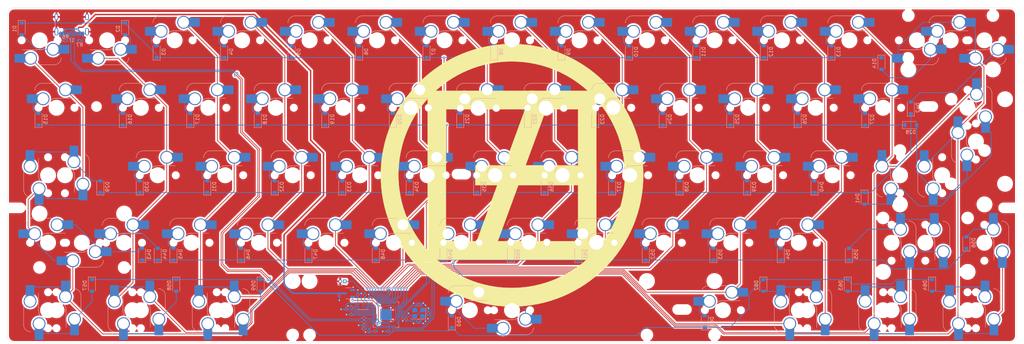
<source format=kicad_pcb>
(kicad_pcb (version 20240108) (generator "pcbnew") (generator_version "8.0")
  (layers (0 "F.Cu" signal) (31 "B.Cu" signal) (34 "B.Paste" user) (35 "F.Paste" user) (36 "B.SilkS" user "B.Silkscreen") (37 "F.SilkS" user "F.Silkscreen") (38 "B.Mask" user) (39 "F.Mask" user) (44 "Edge.Cuts" user))
  (net 0 "")
  (net 1 "GND")
  (net 2 "VBUS")
  (net 3 "/XIN")
  (net 4 "Net-(C3-Pad1)")
  (net 5 "+3V3")
  (net 6 "+1V1")
  (net 7 "Net-(D1-A)")
  (net 8 "row_0")
  (net 9 "Net-(D2-A)")
  (net 10 "Net-(D3-A)")
  (net 11 "Net-(D4-A)")
  (net 12 "Net-(D5-A)")
  (net 13 "Net-(D6-A)")
  (net 14 "Net-(D7-A)")
  (net 15 "Net-(D8-A)")
  (net 16 "Net-(D9-A)")
  (net 17 "Net-(D10-A)")
  (net 18 "Net-(D11-A)")
  (net 19 "Net-(D12-A)")
  (net 20 "Net-(D13-A)")
  (net 21 "Net-(D14-A)")
  (net 22 "Net-(D15-A)")
  (net 23 "row_1")
  (net 24 "Net-(D16-A)")
  (net 25 "Net-(D17-A)")
  (net 26 "Net-(D18-A)")
  (net 27 "Net-(D19-A)")
  (net 28 "Net-(D20-A)")
  (net 29 "Net-(D21-A)")
  (net 30 "Net-(D22-A)")
  (net 31 "Net-(D23-A)")
  (net 32 "Net-(D24-A)")
  (net 33 "Net-(D25-A)")
  (net 34 "Net-(D26-A)")
  (net 35 "Net-(D27-A)")
  (net 36 "Net-(D28-A)")
  (net 37 "Net-(D29-A)")
  (net 38 "row_2")
  (net 39 "Net-(D30-A)")
  (net 40 "Net-(D31-A)")
  (net 41 "Net-(D32-A)")
  (net 42 "Net-(D33-A)")
  (net 43 "Net-(D34-A)")
  (net 44 "Net-(D35-A)")
  (net 45 "Net-(D36-A)")
  (net 46 "Net-(D37-A)")
  (net 47 "Net-(D38-A)")
  (net 48 "Net-(D39-A)")
  (net 49 "Net-(D40-A)")
  (net 50 "Net-(D41-A)")
  (net 51 "Net-(D42-A)")
  (net 52 "row_3")
  (net 53 "Net-(D43-A)")
  (net 54 "Net-(D44-A)")
  (net 55 "Net-(D45-A)")
  (net 56 "Net-(D46-A)")
  (net 57 "Net-(D47-A)")
  (net 58 "Net-(D48-A)")
  (net 59 "Net-(D49-A)")
  (net 60 "Net-(D50-A)")
  (net 61 "Net-(D51-A)")
  (net 62 "Net-(D52-A)")
  (net 63 "Net-(D53-A)")
  (net 64 "Net-(D54-A)")
  (net 65 "Net-(D55-A)")
  (net 66 "Net-(D56-A)")
  (net 67 "Net-(D57-A)")
  (net 68 "row_4")
  (net 69 "Net-(D58-A)")
  (net 70 "Net-(D59-A)")
  (net 71 "Net-(D60-A)")
  (net 72 "Net-(D61-A)")
  (net 73 "Net-(D62-A)")
  (net 74 "Net-(D63-A)")
  (net 75 "Net-(D64-A)")
  (net 76 "Net-(J1-CC2)")
  (net 78 "/USB_D+")
  (net 79 "Net-(J1-CC1)")
  (net 80 "/USB_D-")
  (net 82 "/~{USB_BOOT}")
  (net 83 "/QSPI_SS")
  (net 84 "Net-(U3-USB_DP)")
  (net 85 "Net-(U3-USB_DM)")
  (net 86 "/XOUT")
  (net 87 "col_0")
  (net 88 "col_1")
  (net 89 "col_2")
  (net 90 "col_3")
  (net 91 "col_4")
  (net 92 "col_5")
  (net 93 "col_6")
  (net 94 "col_7")
  (net 95 "col_8")
  (net 96 "col_9")
  (net 97 "col_10")
  (net 98 "col_11")
  (net 99 "col_12")
  (net 100 "col_13")
  (net 101 "/QSPI_SD3")
  (net 102 "/QSPI_SCLK")
  (net 103 "/QSPI_SD1")
  (net 104 "/QSPI_SD2")
  (net 105 "/QSPI_SD0")
  (net 106 "/SWD")
  (net 112 "/SWCLK")
  (footprint "PCM_Switch_Keyboard_Hotswap_Kailh:SW_Hotswap_Kailh_MX_Plated_1.00u" (layer "F.Cu") (at 142.875 57.15)
    (property "Reference" "S20" (hide yes))
    (property "Value" "MX1A")
  )
  (footprint "PCM_Switch_Keyboard_Hotswap_Kailh:SW_Hotswap_Kailh_MX_Plated_1.00u" (layer "F.Cu") (at 123.825 57.15)
    (property "Reference" "S19" (hide yes))
    (property "Value" "MX1A")
  )
  (footprint "PCM_Switch_Keyboard_Hotswap_Kailh:SW_Hotswap_Kailh_MX_Plated_1.00u" (layer "F.Cu") (at 119.0625 95.25)
    (property "Reference" "S47" (hide yes))
    (property "Value" "MX1A")
  )
  (footprint "PCM_Switch_Keyboard_Hotswap_Kailh:SW_Hotswap_Kailh_MX_Plated_1.00u" (layer "F.Cu") (at 95.25 38.1)
    (property "Reference" "S4" (hide yes))
    (property "Value" "MX1A")
  )
  (footprint "PCM_Switch_Keyboard_Hotswap_Kailh:SW_Hotswap_Kailh_MX_Plated_1.00u" (layer "F.Cu") (at 152.4 38.1)
    (property "Reference" "S7" (hide yes))
    (property "Value" "MX1A")
  )
  (footprint "PCM_Switch_Keyboard_Hotswap_Kailh:SW_Hotswap_Kailh_MX_Plated_1.50u_90deg" (layer "F.Cu") (at 42.8625 114.3 -90)
    (property "Reference" "S57-2" (hide yes))
    (property "Value" "MX1A")
  )
  (footprint "PCM_Switch_Keyboard_Hotswap_Kailh:SW_Hotswap_Kailh_MX_Plated_1.00u" (layer "F.Cu") (at 247.65 38.1)
    (property "Reference" "S12" (hide yes))
    (property "Value" "MX1A")
  )
  (footprint "PCM_Switch_Keyboard_Hotswap_Kailh:SW_Hotswap_Kailh_MX_Plated_1.25u_90deg" (layer "F.Cu") (at 254.79375 114.3 -90)
    (property "Reference" "S62" (hide yes))
    (property "Value" "MX1A")
  )
  (footprint "PCM_Switch_Keyboard_Hotswap_Kailh:SW_Hotswap_Kailh_MX_Plated_1.00u" (layer "F.Cu") (at 76.2 38.1)
    (property "Reference" "S3" (hide yes))
    (property "Value" "MX1A")
  )
  (footprint "PCM_Switch_Keyboard_Hotswap_Kailh:SW_Hotswap_Kailh_MX_Plated_1.50u" (layer "F.Cu") (at 42.8625 57.15)
    (property "Reference" "S15" (hide yes))
    (property "Value" "MX1A")
  )
  (footprint "PCM_Switch_Keyboard_Hotswap_Kailh:SW_Hotswap_Kailh_MX_Plated_1.50u_90deg" (layer "F.Cu") (at 252.4125 114.3 90)
    (property "Reference" "S62-2" (hide yes))
    (property "Value" "MX1A")
  )
  (footprint "PCM_Mounting_Keyboard_Stabilizer:Stabilizer_Cherry_MX_2.00u" (layer "F.Cu") (at 292.89375 76.2)
    (property "Reference" "REF**" (hide yes))
    (property "Value" "Stabilizer_Cherry_MX_2.00u")
  )
  (footprint "PCM_Switch_Keyboard_Hotswap_Kailh:SW_Hotswap_Kailh_MX_Plated_1.00u" (layer "F.Cu") (at 238.125 57.15)
    (property "Reference" "S25" (hide yes))
    (property "Value" "MX1A")
  )
  (footprint "PCM_Switch_Keyboard_Hotswap_Kailh:SW_Hotswap_Kailh_MX_Plated_1.00u" (layer "F.Cu") (at 38.1 38.1 180)
    (property "Reference" "S1" (hide yes))
    (property "Value" "MX1A")
  )
  (footprint "PCM_Switch_Keyboard_Hotswap_Kailh:SW_Hotswap_Kailh_MX_Plated_1.00u" (layer "F.Cu") (at 190.5 38.1)
    (property "Reference" "S9" (hide yes))
    (property "Value" "MX1A")
  )
  (footprint "PCM_Switch_Keyboard_Hotswap_Kailh:SW_Hotswap_Kailh_MX_Plated_1.00u" (layer "F.Cu") (at 61.9125 95.25)
    (property "Reference" "S44" (hide yes))
    (property "Value" "MX1A")
  )
  (footprint "PCM_Switch_Keyboard_Hotswap_Kailh:SW_Hotswap_Kailh_MX_Plated_1.00u" (layer "F.Cu") (at 200.025 57.15)
    (property "Reference" "S23" (hide yes))
    (property "Value" "MX1A")
  )
  (footprint "PCM_Switch_Keyboard_Hotswap_Kailh:SW_Hotswap_Kailh_MX_Plated_1.50u_90deg" (layer "F.Cu") (at 300.0375 114.3 90)
    (property "Reference" "S64-2" (hide yes))
    (property "Value" "MX1A")
  )
  (footprint "PCM_Switch_Keyboard_Hotswap_Kailh:SW_Hotswap_Kailh_MX_Plated_1.25u_90deg" (layer "F.Cu") (at 40.48125 114.3 90)
    (property "Reference" "S57" (hide yes))
    (property "Value" "MX1A")
  )
  (footprint "PCM_Switch_Keyboard_Hotswap_Kailh:SW_Hotswap_Kailh_MX_Plated_2.00u" (layer "F.Cu") (at 295.275 38.1)
    (property "Reference" "S14" (hide yes))
    (property "Value" "MX1A")
  )
  (footprint "PCM_Switch_Keyboard_Hotswap_Kailh:SW_Hotswap_Kailh_MX_Plated_1.25u" (layer "F.Cu") (at 230.98125 114.3)
    (property "Reference" "S61" (hide yes))
    (property "Value" "MX1A")
  )
  (footprint "PCM_Switch_Keyboard_Hotswap_Kailh:SW_Hotswap_Kailh_MX_Plated_1.00u" (layer "F.Cu") (at 66.675 57.15)
    (property "Reference" "S16" (hide yes))
    (property "Value" "MX1A")
  )
  (footprint "PCM_Switch_Keyboard_Hotswap_Kailh:SW_Hotswap_Kailh_MX_Plated_1.00u" (layer "F.Cu") (at 219.075 57.15)
    (property "Reference" "S24" (hide yes))
    (property "Value" "MX1A")
  )
  (footprint "PCM_Switch_Keyboard_Hotswap_Kailh:SW_Hotswap_Kailh_MX_Plated_1.00u" (layer "F.Cu") (at 90.4875 76.2)
    (property "Reference" "S31" (hide yes))
    (property "Value" "MX1A")
  )
  (footprint "PCM_Switch_Keyboard_Hotswap_Kailh:SW_Hotswap_Kailh_MX_Plated_1.00u" (layer "F.Cu") (at 128.5875 76.2)
    (property "Reference" "S33" (hide yes))
    (property "Value" "MX1A")
  )
  (footprint "PCM_Switch_Keyboard_Hotswap_Kailh:SW_Hotswap_Kailh_MX_Plated_1.00u" (layer "F.Cu") (at 147.6375 76.2)
    (property "Reference" "S34" (hide yes))
    (property "Value" "MX1A")
  )
  (footprint "PCM_Switch_Keyboard_Hotswap_Kailh:SW_Hotswap_Kailh_MX_Plated_1.00u" (layer "F.Cu") (at 100.0125 95.25)
    (property "Reference" "S46" (hide yes))
    (property "Value" "MX1A")
  )
  (footprint "PCM_Switch_Keyboard_Hotswap_Kailh:SW_Hotswap_Kailh_MX_Plated_1.00u" (layer "F.Cu") (at 176.2125 95.25)
    (property "Reference" "S50" (hide yes))
    (property "Value" "MX1A")
  )
  (footprint "hole:PKRH" (layer "F.Cu") (at 289 56.8)
    (property "Reference" "HOLE" (hide yes))
    (property "Value" "VAL**" (hide yes))
  )
  (footprint "PCM_Switch_Keyboard_Hotswap_Kailh:SW_Hotswap_Kailh_MX_Plated_1.00u" (layer "F.Cu") (at 180.975 57.15)
    (property "Reference" "S22" (hide yes))
    (property "Value" "MX1A")
  )
  (footprint "PCM_Switch_Keyboard_Hotswap_Kailh:SW_Hotswap_Kailh_MX_Plated_1.00u" (layer "F.Cu") (at 280.9875 76.2 90)
    (property "Reference" "S41" (hide yes))
    (property "Value" "MX1A")
  )
  (footprint "PCM_Switch_Keyboard_Hotswap_Kailh:SW_Hotswap_Kailh_MX_Plated_1.00u" (layer "F.Cu") (at 276.225 114.3 90)
    (property "Reference" "S63-2" (hide yes))
    (property "Value" "MX1A")
  )
  (footprint "PCM_Switch_Keyboard_Hotswap_Kailh:SW_Hotswap_Kailh_MX_Plated_1.00u" (layer "F.Cu") (at 276.225 57.15)
    (property "Reference" "S27" (hide yes))
    (property "Value" "MX1A")
  )
  (footprint "PCM_Switch_Keyboard_Hotswap_Kailh:SW_Hotswap_Kailh_MX_Plated_1.25u_90deg" (layer "F.Cu") (at 64.29375 114.3 90)
    (property "Reference" "S58" (hide yes))
    (property "Value" "MX1A")
  )
  (footprint "PCM_Switch_Keyboard_Hotswap_Kailh:SW_Hotswap_Kailh_MX_Plated_7.00u" (layer "F.Cu") (at 171.45 114.3 180)
    (property "Reference" "S60-2" (hide yes))
    (property "Value" "MX1A")
  )
  (footprint "PCM_Switch_Keyboard_Hotswap_Kailh:SW_Hotswap_Kailh_MX_Plated_1.00u" (layer "F.Cu") (at 171.45 38.1)
    (property "Reference" "S8" (hide yes))
    (property "Value" "MX1A")
  )
  (footprint "PCM_Switch_Keyboard_Hotswap_Kailh:SW_Hotswap_Kailh_MX_Plated_1.25u_90deg" (layer "F.Cu") (at 278.60625 114.3 -90)
    (property "Reference" "S63" (hide yes))
    (property "Value" "MX1A")
  )
  (footprint "PCM_Switch_Keyboard_Hotswap_Kailh:SW_Hotswap_Kailh_MX_Plated_1.00u" (layer "F.Cu") (at 204.7875 76.2)
    (property "Reference" "S37" (hide yes))
    (property "Value" "MX1A")
  )
  (footprint "PCM_Switch_Keyboard_Hotswap_Kailh:SW_Hotswap_Kailh_MX_Plated_1.75u_90deg" (layer "F.Cu") (at 278.60625 95.25 -90)
    (property "Reference" "S55" (hide yes))
    (property "Value" "MX1A")
  )
  (footprint "hole:PKRH" (layer "F.Cu") (at 157.15 75.9)
    (property "Reference" "HOLE" (hide yes))
    (property "Value" "VAL**" (hide yes))
  )
  (footprint "PCM_Mounting_Keyboard_Stabilizer:Stabilizer_Cherry_MX_2.00u" (layer "F.Cu") (at 302.41875 66.675 90)
    (property "Reference" "REF**" (hide yes))
    (property "Value" "Stabilizer_Cherry_MX_2.00u")
  )
  (footprint "PCM_Switch_Keyboard_Hotswap_Kailh:SW_Hotswap_Kailh_MX_Plated_1.00u" (layer "F.Cu") (at 161.925 57.15)
    (property "Reference" "S21" (hide yes))
    (property "Value" "MX1A")
  )
  (footprint "PCM_Switch_Keyboard_Hotswap_Kailh:SW_Hotswap_Kailh_MX_Plated_1.00u" (layer "F.Cu") (at 228.6 38.1)
    (property "Reference" "S11" (hide yes))
    (property "Value" "MX1A")
  )
  (footprint "PCM_Switch_Keyboard_Hotswap_Kailh:SW_Hotswap_Kailh_MX_Plated_1.00u" (layer "F.Cu") (at 214.3125 95.25)
    (property "Reference" "S52" (hide yes))
    (property "Value" "MX1A")
  )
  (footprint "PCM_Switch_Keyboard_Hotswap_Kailh:SW_Hotswap_Kailh_MX_Plated_1.00u" (layer "F.Cu") (at 71.4375 76.2)
    (property "Reference" "S30" (hide yes))
    (property "Value" "MX1A")
  )
  (footprint "PCM_Switch_Keyboard_Hotswap_Kailh:SW_Hotswap_Kailh_MX_Plated_1.00u" (layer "F.Cu") (at 223.8375 76.2)
    (property "Reference" "S38" (hide yes))
    (property "Value" "MX1A")
  )
  (footprint "PCM_Switch_Keyboard_Hotswap_Kailh:SW_Hotswap_Kailh_MX_Plated_1.00u" (layer "F.Cu") (at 166.6875 76.2)
    (property "Reference" "S35" (hide yes))
    (property "Value" "MX1A")
  )
  (footprint "PCM_Switch_Keyboard_Hotswap_Kailh:SW_Hotswap_Kailh_MX_Plated_1.00u" (layer "F.Cu") (at 242.8875 76.2)
    (property "Reference" "S39" (hide yes))
    (property "Value" "MX1A")
  )
  (footprint "PCM_Switch_Keyboard_Hotswap_Kailh:SW_Hotswap_Kailh_MX_Plated_1.00u" (layer "F.Cu") (at 138.1125 95.25)
    (property "Reference" "S48" (hide yes))
    (property "Value" "MX1A")
  )
  (footprint "PCM_Switch_Keyboard_Hotswap_Kailh:SW_Hotswap_Kailh_MX_Plated_1.00u" (layer "F.Cu") (at 104.775 57.15)
    (property "Reference" "S18" (hide yes))
    (property "Value" "MX1A")
  )
  (footprint "PCM_Switch_Keyboard_Hotswap_Kailh:SW_Hotswap_Kailh_MX_Plated_2.25u_90deg" (layer "F.Cu") (at 292.89375 76.2 90)
    (property "Reference" "S28-2" (hide yes))
    (property "Value" "MX1A")
  )
  (footprint "PCM_Mounting_Keyboard_Stabilizer:Stabilizer_Cherry_MX_7.00u" (layer "F.Cu") (at 171.45 114.3 180)
    (property "Reference" "REF**" (hide yes))
    (property "Value" "Stabilizer_Cherry_MX_7.00u")
  )
  (footprint "PCM_Switch_Keyboard_Hotswap_Kailh:SW_Hotswap_Kailh_MX_Plated_1.00u" (layer "F.Cu") (at 80.9625 95.25)
    (property "Reference" "S45" (hide yes))
    (property "Value" "MX1A")
  )
  (footprint "PCM_Switch_Keyboard_Hotswap_Kailh:SW_Hotswap_Kailh_MX_Plated_1.00u" (layer "F.Cu") (at 266.7 38.1)
    (property "Reference" "S13" (hide yes))
    (property "Value" "MX1A")
  )
  (footprint "hole:PKRHSL" (layer "F.Cu") (at 312.49 85.4)
    (property "Reference" "HOLE" (hide yes))
    (property "Value" "VAL**" (hide yes))
  )
  (footprint "PCM_Switch_Keyboard_Hotswap_Kailh:SW_Hotswap_Kailh_MX_Plated_1.00u" (layer "F.Cu") (at 257.175 57.15)
    (property "Reference" "S26" (hide yes))
    (property "Value" "MX1A")
  )
  (footprint "PCM_Switch_Keyboard_Hotswap_Kailh:SW_Hotswap_Kailh_MX_Plated_1.00u" (layer "F.Cu") (at 114.3 38.1)
    (property "Reference" "S5" (hide yes))
    (property "Value" "MX1A")
  )
  (footprint "PCM_Switch_Keyboard_Hotswap_Kailh:SW_Hotswap_Kailh_MX_Plated_1.00u" (layer "F.Cu") (at 85.725 57.15)
    (property "Reference" "S17" (hide yes))
    (property "Value" "MX1A")
  )
  (footprint "PCM_Switch_Keyboard_Hotswap_Kailh:SW_Hotswap_Kailh_MX_Plated_1.00u" (layer "F.Cu") (at 109.5375 76.2)
    (property "Reference" "S32" (hide yes))
    (property "Value" "MX1A")
  )
  (footprint "PCM_Switch_Keyboard_Hotswap_Kailh:SW_Hotswap_Kailh_MX_Plated_2.75u_90deg" (layer "F.Cu") (at 288.13125 95.25 -90)
    (property "Reference" "S55-2" (hide yes))
    (property "Value" "MX1A")
  )
  (footprint "PCM_Switch_Keyboard_Hotswap_Kailh:SW_Hotswap_Kailh_MX_Plated_1.00u" (layer "F.Cu") (at 185.7375 76.2)
    (property "Reference" "S36" (hide yes))
    (property "Value" "MX1A")
  )
  (footprint "PCM_Switch_Keyboard_Hotswap_Kailh:SW_Hotswap_Kailh_MX_Plated_1.00u" (layer "F.Cu") (at 157.1625 95.25)
    (property "Reference" "S49" (hide yes))
    (property "Value" "MX1A")
  )
  (footprint "PCM_Switch_Keyboard_Hotswap_Kailh:SW_Hotswap_Kailh_MX_Plated_6.25u" (layer "F.Cu") (at 159.54375 114.3)
    (property "Reference" "S60" (hide yes))
    (property "Value" "MX1A")
  )
  (footprint "PCM_Switch_Keyboard_Hotswap_Kailh:SW_Hotswap_Kailh_MX_Plated_1.00u" (layer "F.Cu") (at 233.3625 95.25)
    (property "Reference" "S53" (hide yes))
    (property "Value" "MX1A")
  )
  (footprint "hole:PKRHC" (layer "F.Cu") (at 54.15 56.8)
    (property "Reference" "HOLE" (hide yes))
    (property "Value" "VAL**" (hide yes))
  )
  (footprint "PCM_Switch_Keyboard_Hotswap_Kailh:SW_Hotswap_Kailh_MX_Plated_1.00u" (layer "F.Cu") (at 209.55 38.1)
    (property "Reference" "S10" (hide yes))
    (property "Value" "MX1A")
  )
  (footprint "PCM_Switch_Keyboard_Hotswap_Kailh:SW_Hotswap_Kailh_MX_Plated_1.00u" (layer "F.Cu") (at 304.8 95.25 -90)
    (property "Reference" "S56" (hide yes))
    (property "Value" "MX1A")
  )
  (footprint "PCM_Switch_Keyboard_Hotswap_Kailh:SW_Hotswap_Kailh_MX_Plated_1.25u_90deg" (layer "F.Cu") (at 88.10625 114.3 90)
    (property "Reference" "S59" (hide yes))
    (property "Value" "MX1A")
  )
  (footprint "PCM_Mounting_Keyboard_Stabilizer:Stabilizer_Cherry_MX_2.00u" (layer "F.Cu") (at 50.00625 95.25 180)
    (property "Reference" "REF**" (hide yes))
    (property "Value" "Stabilizer_Cherry_MX_2.00u")
  )
  (footprint "PCM_Mounting_Keyboard_Stabilizer:Stabilizer_Cherry_MX_6.25u" (layer "F.Cu") (at 159.54375 114.3 180)
    (property "Reference" "REF**" (hide yes))
    (property "Value" "Stabilizer_Cherry_MX_6.25u")
  )
  (footprint "PCM_Switch_Keyboard_Hotswap_Kailh:SW_Hotswap_Kailh_MX_Plated_1.00u" (layer "F.Cu") (at 304.8 38.1 180)
    (property "Reference" "S42" (hide yes))
    (property "Value" "MX1A")
  )
  (footprint "PCM_Switch_Keyboard_Hotswap_Kailh:SW_Hotswap_Kailh_MX_Plated_1.00u" (layer "F.Cu") (at 285.75 38.1 180)
    (property "Reference" "S14-2" (hide yes))
    (property "Value" "MX1A")
  )
  (footprint "PCM_Mounting_Keyboard_Stabilizer:Stabilizer_Cherry_MX_2.00u" (layer "F.Cu") (at 295.275 38.1)
    (property "Reference" "REF**" (hide yes))
    (property "Value" "Stabilizer_Cherry_MX_2.00u")
  )
  (footprint "PCM_Switch_Keyboard_Hotswap_Kailh:SW_Hotswap_Kailh_MX_Plated_1.00u" (layer "F.Cu") (at 252.4125 95.25)
    (property "Reference" "S54" (hide yes))
    (property "Value" "MX1A")
  )
  (footprint "PCM_Switch_Keyboard_Hotswap_Kailh:SW_Hotswap_Kailh_MX_Plated_1.25u" (layer "F.Cu") (at 40.48125 95.25)
    (property "Reference" "S43" (hide yes))
    (property "Value" "MX1A")
  )
  (footprint "PCM_Switch_Keyboard_Hotswap_Kailh:SW_Hotswap_Kailh_MX_Plated_1.00u" (layer "F.Cu") (at 195.2625 95.25)
    (property "Reference" "S51" (hide yes))
    (property "Value" "MX1A")
  )
  (footprint "PCM_Switch_Keyboard_Hotswap_Kailh:SW_Hotswap_Kailh_MX_Plated_1.00u" (layer "F.Cu") (at 66.675 114.3 -90)
    (property "Reference" "S58-2" (hide yes))
    (property "Value" "MX1A")
  )
  (footprint "PCM_Switch_Keyboard_Hotswap_Kailh:SW_Hotswap_Kailh_MX_Plated_1.50u_90deg" (layer "F.Cu") (at 300.0375 57.15 -90)
    (property "Reference" "S41-2" (hide yes))
    (property "Value" "MX1A")
  )
  (footprint "PCM_Switch_Keyboard_Hotswap_Kailh:SW_Hotswap_Kailh_MX_Plated_ISOEnter_90deg" (layer "F.Cu") (at 302.41875 66.675 90)
    (property "Reference" "S28" (hide yes))
    (property "Value" "MX1A")
  )
  (footprint "PCM_Mounting_Keyboard_Stabilizer:Stabilizer_Cherry_MX_2.00u" (layer "F.Cu") (at 288.13125 95.25)
    (property "Reference" "REF**" (hide yes))
    (property "Value" "Stabilizer_Cherry_MX_2.00u")
  )
  (footprint "PCM_Switch_Keyboard_Hotswap_Kailh:SW_Hotswap_Kailh_MX_Plated_1.25u_90deg" (layer "F.Cu") (at 40.48125 76.2 90)
    (property "Reference" "S29-2" (hide yes))
    (property "Value" "MX1A")
  )
  (footprint "PCM_Switch_Keyboard_Hotswap_Kailh:SW_Hotswap_Kailh_MX_Plated_1.75u_90deg" (layer "F.Cu") (at 45.24375 76.2 -90)
    (property "Reference" "S29" (hide yes))
    (property "Value" "MX1A")
  )
  (footprint "PCM_Switch_Keyboard_Hotswap_Kailh:SW_Hotswap_Kailh_MX_Plated_1.00u" (layer "F.Cu") (at 133.35 38.1)
    (property "Reference" "S6" (hide yes))
    (property "Value" "MX1A")
  )
  (footprint "hole:PKRHSL" (layer "F.Cu") (at 30.41 85.4)
    (property "Reference" "HOLE" (hide yes))
    (property "Value" "VAL**" (hide yes))
  )
  (footprint "PCM_Switch_Keyboard_Hotswap_Kailh:SW_Hotswap_Kailh_MX_Plated_1.50u_90deg" (layer "F.Cu") (at 90.4875 114.3 -90)
    (property "Reference" "S59-2" (hide yes))
    (property "Value" "MX1A")
  )
  (footprint "PCM_Switch_Keyboard_Hotswap_Kailh:SW_Hotswap_Kailh_MX_Plated_2.25u" (layer "F.Cu") (at 50.00625 95.25 180)
    (property "Reference" "S43-2" (hide yes))
    (property "Value" "MX1A")
  )
  (footprint "PCM_Switch_Keyboard_Hotswap_Kailh:SW_Hotswap_Kailh_MX_Plated_1.00u" (layer "F.Cu") (at 57.15 38.1 180)
    (property "Reference" "S2" (hide yes))
    (property "Value" "MX1A")
  )
  (footprint "hole:PKRH" (layer "F.Cu") (at 219.45 114.1)
    (property "Reference" "HOLE" (hide yes))
    (property "Value" "VAL**" (hide yes))
  )
  (footprint "PCM_Switch_Keyboard_Hotswap_Kailh:SW_Hotswap_Kailh_MX_Plated_1.25u_90deg" (layer "F.Cu") (at 302.41875 114.3 -90)
    (property "Reference" "S64" (hide yes))
    (property "Value" "MX1A")
  )
  (footprint "PCM_Switch_Keyboard_Hotswap_Kailh:SW_Hotswap_Kailh_MX_Plated_1.00u" (layer "F.Cu") (at 261.9375 76.2)
    (property "Reference" "S40" (hide yes))
    (property "Value" "MX1A")
  )
  (footprint "Diode_SMD:D_SOD-123" (layer "B.Cu") (at 33.02 34.87 -90)
    (property "Reference" "D1")
    (property "Value" "DIODE")
  )
  (footprint "Diode_SMD:D_SOD-123" (layer "B.Cu") (at 94.9325 98.48 90)
    (property "Reference" "D46")
    (property "Value" "DIODE")
  )
  (footprint "Diode_SMD:D_SOD-123" (layer "B.Cu") (at 104.4575 79.43 90)
    (property "Reference" "D32")
    (property "Value" "DIODE")
  )
  (footprint "Diode_SMD:D_SOD-123" (layer "B.Cu") (at 142.5575 79.43 90)
    (property "Reference" "D34")
    (property "Value" "DIODE")
  )
  (footprint "Diode_SMD:D_SOD-123" (layer "B.Cu") (at 270.9875 82.73 -90)
    (property "Reference" "D41")
    (property "Value" "DIODE")
  )
  (footprint "Diode_SMD:D_SOD-123" (layer "B.Cu") (at 299.72 95.25 90)
    (property "Reference" "D56")
    (property "Value" "DIODE")
  )
  (footprint "Diode_SMD:D_SOD-123" (layer "B.Cu") (at 171.1325 98.48 90)
    (property "Reference" "D50")
    (property "Value" "DIODE")
  )
  (footprint "Diode_SMD:D_SOD-123" (layer "B.Cu") (at 190.1825 98.48 90)
    (property "Reference" "D51")
    (property "Value" "DIODE")
  )
  (footprint "Diode_SMD:D_SOD-123" (layer "B.Cu") (at 109.22 41.33 90)
    (property "Reference" "D5")
    (property "Value" "DIODE")
  )
  (footprint "Resistor_SMD:R_0402_1005Metric" (layer "B.Cu") (at 129.9 110.02 -90)
    (property "Reference" "R1" (hide yes))
    (property "Value" "1k")
  )
  (footprint "Diode_SMD:D_SOD-123" (layer "B.Cu") (at 218.7575 79.43 90)
    (property "Reference" "D38")
    (property "Value" "DIODE")
  )
  (footprint "Diode_SMD:D_SOD-123" (layer "B.Cu") (at 209.2325 98.48 90)
    (property "Reference" "D52")
    (property "Value" "DIODE")
  )
  (footprint "Diode_SMD:D_SOD-123" (layer "B.Cu") (at 154.46375 117.53 90)
    (property "Reference" "D60")
    (property "Value" "DIODE")
  )
  (footprint "Diode_SMD:D_SOD-123" (layer "B.Cu") (at 133.0325 98.48 90)
    (property "Reference" "D48")
    (property "Value" "DIODE")
  )
  (footprint "Diode_SMD:D_SOD-123" (layer "B.Cu") (at 137.795 60.38 90)
    (property "Reference" "D20")
    (property "Value" "DIODE")
  )
  (footprint "Capacitor_SMD:C_0402_1005Metric" (layer "B.Cu") (at 129.65 118.55 180)
    (property "Reference" "C8" (hide yes))
    (property "Value" "1u")
  )
  (footprint "Resistor_SMD:R_0402_1005Metric" (layer "B.Cu") (at 129.65 117.55)
    (property "Reference" "R4" (hide yes))
    (property "Value" "27.4")
  )
  (footprint "Diode_SMD:D_SOD-123" (layer "B.Cu") (at 284.0375 57.15 90)
    (property "Reference" "D42")
    (property "Value" "DIODE")
  )
  (footprint "Diode_SMD:D_SOD-123" (layer "B.Cu") (at 266.575 98.48 90)
    (property "Reference" "D55")
    (property "Value" "DIODE")
  )
  (footprint "Diode_SMD:D_SOD-123" (layer "B.Cu") (at 152.0825 98.48 90)
    (property "Reference" "D49")
    (property "Value" "DIODE")
  )
  (footprint "Diode_SMD:D_SOD-123" (layer "B.Cu") (at 290.0375 107.29 -90)
    (property "Reference" "D64")
    (property "Value" "DIODE")
  )
  (footprint "Diode_SMD:D_SOD-123" (layer "B.Cu") (at 271.145 60.38 90)
    (property "Reference" "D27")
    (property "Value" "DIODE")
  )
  (footprint "Capacitor_SMD:C_0402_1005Metric" (layer "B.Cu") (at 129.65 119.55 180)
    (property "Reference" "C10" (hide yes))
    (property "Value" "1u")
  )
  (footprint "Diode_SMD:D_SOD-123" (layer "B.Cu") (at 71.12 41.33 90)
    (property "Reference" "D3")
    (property "Value" "DIODE")
  )
  (footprint "Resistor_SMD:R_0402_1005Metric" (layer "B.Cu") (at 45.39 38.25 180)
    (property "Reference" "R6")
    (property "Value" "5K1")
  )
  (footprint "Diode_SMD:D_SOD-123" (layer "B.Cu") (at 90.17 41.33 90)
    (property "Reference" "D4")
    (property "Value" "DIODE")
  )
  (footprint "Diode_SMD:D_SOD-123" (layer "B.Cu") (at 123.5075 79.43 90)
    (property "Reference" "D33")
    (property "Value" "DIODE")
  )
  (footprint "Capacitor_SMD:C_0402_1005Metric" (layer "B.Cu") (at 131.13 120.03 -90)
    (property "Reference" "C9" (hide yes))
    (property "Value" "100n")
  )
  (footprint "Capacitor_SMD:C_0402_1005Metric" (layer "B.Cu") (at 126.125 113.565758 90)
    (property "Reference" "C7" (hide yes))
    (property "Value" "100n")
  )
  (footprint "Diode_SMD:D_SOD-123" (layer "B.Cu") (at 80.645 60.38 90)
    (property "Reference" "D17")
    (property "Value" "DIODE")
  )
  (footprint "Crystal:Crystal_SMD_3225-4Pin_3.2x2.5mm" (layer "B.Cu") (at 145.1 115.15 180)
    (property "Reference" "Y1" (hide yes))
    (property "Value" "Crystal_GND24")
  )
  (footprint "Package_SON:Winbond_USON-8-1EP_3x2mm_P0.5mm_EP0.2x1.6mm" (layer "B.Cu") (at 129.325 112.975 180)
    (property "Reference" "U2" (hide yes))
    (property "Value" "W25Q128JVS")
  )
  (footprint "Capacitor_SMD:C_0402_1005Metric" (layer "B.Cu") (at 145.1 112.9)
    (property "Reference" "C2" (hide yes))
    (property "Value" "20p")
  )
  (footprint "Diode_SMD:D_SOD-123" (layer "B.Cu") (at 284.0375 62.03)
    (property "Reference" "D28")
    (property "Value" "DIODE")
  )
  (footprint "Diode_SMD:D_SOD-123" (layer "B.Cu") (at 266.225 107.29 -90)
    (property "Reference" "D63")
    (property "Value" "DIODE")
  )
  (footprint "Diode_SMD:D_SOD-123" (layer "B.Cu") (at 85.4075 79.43 90)
    (property "Reference" "D31")
    (property "Value" "DIODE")
  )
  (footprint "Package_DFN_QFN:QFN-56-1EP_7x7mm_P0.4mm_EP3.2x3.2mm_ThermalVias" (layer "B.Cu") (at 135.9 115.55 -90)
    (property "Reference" "U3" (hide yes))
    (property "Value" "RP2040")
  )
  (footprint "Capacitor_SMD:C_0402_1005Metric" (layer "B.Cu") (at 127.9 110.02 90)
    (property "Reference" "C4" (hide yes))
    (property "Value" "10u")
  )
  (footprint "Diode_SMD:D_SOD-123" (layer "B.Cu") (at 55.24375 79.43 90)
    (property "Reference" "D29")
    (property "Value" "DIODE")
  )
  (footprint "Diode_SMD:D_SOD-123" (layer "B.Cu") (at 256.8575 79.43 90)
    (property "Reference" "D40")
    (property "Value" "DIODE")
  )
  (footprint "Diode_SMD:D_SOD-123" (layer "B.Cu") (at 113.9825 98.48 90)
    (property "Reference" "D47")
    (property "Value" "DIODE")
  )
  (footprint "Diode_SMD:D_SOD-123" (layer "B.Cu") (at 185.42 41.33 90)
    (property "Reference" "D9")
    (property "Value" "DIODE")
  )
  (footprint "Resistor_SMD:R_0402_1005Metric" (layer "B.Cu") (at 145.1 117.4 180)
    (property "Reference" "R5" (hide yes))
    (property "Value" "1k")
  )
  (footprint "Diode_SMD:D_SOD-123" (layer "B.Cu") (at 75.8825 98.48 90)
    (property "Reference" "D45")
    (property "Value" "DIODE")
  )
  (footprint "Diode_SMD:D_SOD-123" (layer "B.Cu") (at 247.3325 98.48 90)
    (property "Reference" "D54")
    (property "Value" "DIODE")
  )
  (footprint "Diode_SMD:D_SOD-123" (layer "B.Cu") (at 147.32 41.33 90)
    (property "Reference" "D7")
    (property "Value" "DIODE")
  )
  (footprint "Diode_SMD:D_SOD-123" (layer "B.Cu") (at 228.2825 98.48 90)
    (property "Reference" "D53")
    (property "Value" "DIODE")
  )
  (footprint "Diode_SMD:D_SOD-123" (layer "B.Cu") (at 213.995 60.38 90)
    (property "Reference" "D24")
    (property "Value" "DIODE")
  )
  (footprint "Capacitor_SMD:C_0402_1005Metric" (layer "B.Cu") (at 136.42 120.25 180)
    (property "Reference" "C12" (hide yes))
    (property "Value" "100n")
  )
  (footprint "Diode_SMD:D_SOD-123" (layer "B.Cu") (at 237.8075 79.43 90)
    (property "Reference" "D39")
    (property "Value" "DIODE")
  )
  (footprint "Diode_SMD:D_SOD-123" (layer "B.Cu") (at 156.845 60.38 90)
    (property "Reference" "D21")
    (property "Value" "DIODE")
  )
  (footprint "Capacitor_SMD:C_0402_1005Metric" (layer "B.Cu") (at 147.85 115.15 90)
    (property "Reference" "C3" (hide yes))
    (property "Value" "20p")
  )
  (footprint "Diode_SMD:D_SOD-123" (layer "B.Cu") (at 204.47 41.33 90)
    (property "Reference" "D10")
    (property "Value" "DIODE")
  )
  (footprint "Connector_PinHeader_1.27mm:PinHeader_1x02_P1.27mm_Vertical" (layer "B.Cu") (at 124.225 106.15 90)
    (property "Reference" "J2" (hide yes))
    (property "Value" "Conn_01x02")
  )
  (footprint "Diode_SMD:D_SOD-123" (layer "B.Cu") (at 62.23 34.87 -90)
    (property "Reference" "D2")
    (property "Value" "DIODE")
  )
  (footprint "Diode_SMD:D_SOD-123" (layer "B.Cu") (at 233.045 60.38 90)
    (property "Reference" "D25")
    (property "Value" "DIODE")
  )
  (footprint "Diode_SMD:D_SOD-123" (layer "B.Cu") (at 71.4375 98.48 90)
    (property "Reference" "D44")
    (property "Value" "DIODE")
  )
  (footprint "Diode_SMD:D_SOD-123" (layer "B.Cu") (at 275.75 44.63 -90)
    (property "Reference" "D14")
    (property "Value" "DIODE")
  )
  (footprint "Diode_SMD:D_SOD-123" (layer "B.Cu") (at 52.8625 107.29 -90)
    (property "Reference" "D57")
    (property "Value" "DIODE")
  )
  (footprint "Diode_SMD:D_SOD-123" (layer "B.Cu") (at 61.595 60.38 90)
    (property "Reference" "D16")
    (property "Value" "DIODE")
  )
  (footprint "Capacitor_SMD:C_0402_1005Metric" (layer "B.Cu") (at 122.7 110.03 -90)
    (property "Reference" "C1" (hide yes))
    (property "Value" "10u")
  )
  (footprint "Diode_SMD:D_SOD-123" (layer "B.Cu") (at 261.62 41.33 90)
    (property "Reference" "D13")
    (property "Value" "DIODE")
  )
  (footprint "Diode_SMD:D_SOD-123" (layer "B.Cu") (at 66.9925 98.48 90)
    (property "Reference" "D43")
    (property "Value" "DIODE")
  )
  (footprint "Package_TO_SOT_SMD:SOT-23-3" (layer "B.Cu") (at 125.3 109.55 180)
    (property "Reference" "U4" (hide yes))
    (property "Value" "XC6206PxxxMR")
  )
  (footprint "Resistor_SMD:R_0402_1005Metric" (layer "B.Cu") (at 129.65 116.55)
    (property "Reference" "R3" (hide yes))
    (property "Value" "27.4")
  )
  (footprint "Diode_SMD:D_SOD-123" (layer "B.Cu") (at 37.7825 60.38 90)
    (property "Reference" "D15")
    (property "Value" "DIODE")
  )
  (footprint "Diode_SMD:D_SOD-123" (layer "B.Cu") (at 128.27 41.33 90)
    (property "Reference" "D6")
    (property "Value" "DIODE")
  )
  (footprint "Capacitor_SMD:C_0402_1005Metric" (layer "B.Cu") (at 132.82 120.25 180)
    (property "Reference" "C11" (hide yes))
    (property "Value" "100n")
  )
  (footprint "Capacitor_SMD:C_0402_1005Metric" (layer "B.Cu") (at 126.2 115.54 180)
    (property "Reference" "C16" (hide yes))
    (property "Value" "100n")
  )
  (footprint "Diode_SMD:D_SOD-123" (layer "B.Cu") (at 100.4875 107.29 -90)
    (property "Reference" "D59")
    (property "Value" "DIODE")
  )
  (footprint "Diode_SMD:D_SOD-123" (layer "B.Cu") (at 252.095 60.38 90)
    (property "Reference" "D26")
    (property "Value" "DIODE")
  )
  (footprint "Diode_SMD:D_SOD-123" (layer "B.Cu") (at 99.695 60.38 90)
    (property "Reference" "D18")
    (property "Value" "DIODE")
  )
  (footprint "Diode_SMD:D_SOD-123" (layer "B.Cu") (at 242.4125 107.29 -90)
    (property "Reference" "D62")
    (property "Value" "DIODE")
  )
  (footprint "Capacitor_SMD:C_0402_1005Metric" (layer "B.Cu") (at 141.6 116.81 -90)
    (property "Reference" "C13" (hide yes))
    (property "Value" "100n")
  )
  (footprint "Diode_SMD:D_SOD-123" (layer "B.Cu") (at 194.945 60.38 90)
    (property "Reference" "D23")
    (property "Value" "DIODE")
  )
  (footprint "Diode_SMD:D_SOD-123" (layer "B.Cu") (at 180.6575 79.43 90)
    (property "Reference" "D36")
    (property "Value" "DIODE")
  )
  (footprint "Diode_SMD:D_SOD-123" (layer "B.Cu") (at 76.675 107.29 -90)
    (property "Reference" "D58")
    (property "Value" "DIODE")
  )
  (footprint "Diode_SMD:D_SOD-123" (layer "B.Cu") (at 199.7075 79.43 90)
    (property "Reference" "D37")
    (property "Value" "DIODE")
  )
  (footprint "Diode_SMD:D_SOD-123" (layer "B.Cu") (at 242.57 41.33 90)
    (property "Reference" "D12")
    (property "Value" "DIODE")
  )
  (footprint "Resistor_SMD:R_0402_1005Metric" (layer "B.Cu") (at 49.41 38.25)
    (property "Reference" "R7")
    (property "Value" "5K1")
  )
  (footprint "Diode_SMD:D_SOD-123" (layer "B.Cu") (at 161.6075 79.43 90)
    (property "Reference" "D35")
    (property "Value" "DIODE")
  )
  (footprint "Diode_SMD:D_SOD-123" (layer "B.Cu") (at 66.3575 79.43 90)
    (property "Reference" "D30")
    (property "Value" "DIODE")
  )
  (footprint "Capacitor_SMD:C_0402_1005Metric" (layer "B.Cu") (at 140.6 116.81 -90)
    (property "Reference" "C6" (hide yes))
    (property "Value" "100n")
  )
  (footprint "Diode_SMD:D_SOD-123" (layer "B.Cu") (at 175.895 60.38 90)
    (property "Reference" "D22")
    (property "Value" "DIODE")
  )
  (footprint "Diode_SMD:D_SOD-123" (layer "B.Cu") (at 225.90125 117.53 90)
    (property "Reference" "D61")
    (property "Value" "DIODE")
  )
  (footprint "Capacitor_SMD:C_0402_1005Metric" (layer "B.Cu") (at 136.9 109.4 90)
    (property "Reference" "C14" (hide yes))
    (property "Value" "100n")
  )
  (footprint "Diode_SMD:D_SOD-123" (layer "B.Cu") (at 223.52 41.33 90)
    (property "Reference" "D11")
    (property "Value" "DIODE")
  )
  (footprint "Capacitor_SMD:C_0402_1005Metric" (layer "B.Cu") (at 131.475 110.85 180)
    (property "Reference" "C15" (hide yes))
    (property "Value" "100n")
  )
  (footprint "Diode_SMD:D_SOD-123" (layer "B.Cu") (at 118.745 60.38 90)
    (property "Reference" "D19")
    (property "Value" "DIODE")
  )
  (footprint "Connector_USB:USB_C_Receptacle_GCT_USB4105-xx-A_16P_TopMnt_Horizontal" (layer "B.Cu") (at 47.15 32.575)
    (property "Reference" "J1")
    (property "Value" "USB_C_Receptacle_USB2.0_16P")
  )
  (footprint "Diode_SMD:D_SOD-123" (layer "B.Cu") (at 166.37 41.33 90)
    (property "Reference" "D8")
    (property "Value" "DIODE")
  )
  (footprint "Capacitor_SMD:C_0402_1005Metric" (layer "B.Cu") (at 124.675 114.045758 180)
    (property "Reference" "C5" (hide yes))
    (property "Value" "100n")
  )
  (gr_poly (pts (xy 181.793794 55.652076) (xy 181.098228 57.546877) (xy 175.179395 57.546877) (xy 176.577863 53.737354)) (stroke (width 0.099218)) (fill solid) (layer "F.SilkS"))
  (gr_poly (pts (xy 167.403267 94.853129) (xy 161.484471 94.853129) (xy 175.179395 57.546877) (xy 181.098228 57.546877)) (stroke (width 0.099218)) (fill solid) (layer "F.SilkS"))
  (gr_poly (pts (xy 166.055516 98.524611) (xy 160.839588 96.609849) (xy 161.484471 94.853129) (xy 167.403267 94.853129)) (stroke (width 0.099218)) (fill solid) (layer "F.SilkS"))
  (gr_poly (pts (xy 195.262503 54.796374) (xy 194.979584 54.482043) (xy 194.692885 54.171235) (xy 194.402351 53.86408) (xy 194.107925 53.560704) (xy 193.809551 53.261235) (xy 193.507173 52.9658) (xy 193.200736 52.674526) (xy 192.890183 52.387542) (xy 195.262503 52.387542)) (stroke (width 0.099218)) (fill solid) (layer "F.SilkS"))
  (gr_poly (pts (xy 190.103129 78.978125) (xy 161.131249 78.978125) (xy 161.131249 73.421876) (xy 190.103129 73.421876)) (stroke (width 0.099218)) (fill solid) (layer "F.SilkS"))
  (gr_poly (pts (xy 195.262503 78.978125) (xy 190.103129 78.978125) (xy 190.103129 73.421876) (xy 195.262503 73.421876)) (stroke (width 0.099218)) (fill solid) (layer "F.SilkS"))
  (gr_poly (pts (xy 149.53924 52.650134) (xy 149.257677 52.916181) (xy 148.979374 53.185601) (xy 148.704352 53.458355) (xy 148.432631 53.734399) (xy 148.164229 54.013693) (xy 147.899167 54.296195) (xy 147.637463 54.581864) (xy 147.637463 52.387502) (xy 149.824046 52.387502)) (stroke (width 0.099218)) (fill solid) (layer "F.SilkS"))
  (gr_poly (pts (xy 193.200721 52.674526) (xy 193.507148 52.9658) (xy 193.80952 53.261235) (xy 194.107892 53.560704) (xy 194.402321 53.86408) (xy 194.692862 54.171235) (xy 194.979571 54.482043) (xy 195.262503 54.796374) (xy 195.262503 97.282796) (xy 195.262502 97.282794) (xy 195.262501 97.282792) (xy 195.262498 97.282789) (xy 195.262496 97.282786) (xy 195.262493 97.282784) (xy 195.26249 97.282781) (xy 195.262487 97.282778) (xy 195.262484 97.282776) (xy 195.26248 97.282773) (xy 195.262468 97.282764) (xy 195.262465 97.282762) (xy 195.262462 97.28276) (xy 195.26246 97.282758) (xy 195.262457 97.282756) (xy 194.938149 97.641889) (xy 194.608502 97.995965) (xy 194.273585 98.344954) (xy 193.933464 98.688824) (xy 193.58821 99.027544) (xy 193.237888 99.361085) (xy 192.882569 99.689415) (xy 192.522318 100.012503) (xy 150.191829 100.012503) (xy 149.857652 99.71342) (xy 149.527442 99.410077) (xy 149.201342 99.102417) (xy 148.879494 98.790379) (xy 148.562039 98.473904) (xy 148.249121 98.152933) (xy 147.940882 97.827406) (xy 147.637463 97.497264) (xy 147.637463 94.853163) (xy 152.796877 94.853163) (xy 190.103129 94.853163) (xy 190.103129 57.546877) (xy 152.796877 57.546877) (xy 152.796877 94.853163) (xy 147.637463 94.853163) (xy 147.637463 54.581902) (xy 147.899168 54.296234) (xy 148.164234 54.013732) (xy 148.43264 53.734439) (xy 148.704366 53.458395) (xy 148.979391 53.185642) (xy 149.257693 52.916221) (xy 149.539251 52.650174) (xy 149.824046 52.387542) (xy 192.890183 52.387542)) (stroke (width 0.099218)) (fill solid) (layer "F.SilkS"))
  (gr_poly (pts (xy 147.940909 97.827406) (xy 148.249143 98.152933) (xy 148.56206 98.473904) (xy 148.879517 98.790379) (xy 149.20137 99.102417) (xy 149.527476 99.410077) (xy 149.85769 99.71342) (xy 150.191869 100.012503) (xy 147.637502 100.012503) (xy 147.637502 97.497264)) (stroke (width 0.099218)) (fill solid) (layer "F.SilkS"))
  (gr_poly (pts (xy 195.262503 100.012538) (xy 192.522359 100.012538) (xy 192.88261 99.689449) (xy 193.237934 99.361119) (xy 193.588261 99.027579) (xy 193.93352 98.688859) (xy 194.273644 98.34499) (xy 194.608562 97.996002) (xy 194.938205 97.641927) (xy 195.262503 97.282796)) (stroke (width 0.099218)) (fill solid) (layer "F.SilkS"))
  (gr_poly (pts (xy 173.356257 39.204645) (xy 175.237488 39.347696) (xy 177.091368 39.583269) (xy 178.915568 39.909038) (xy 180.707761 40.322674) (xy 182.46562 40.821849) (xy 184.186816 41.404238) (xy 185.869023 42.067511) (xy 187.509913 42.809341) (xy 189.107158 43.627402) (xy 190.65843 44.519365) (xy 192.161404 45.482902) (xy 193.613749 46.515687) (xy 195.013141 47.615392) (xy 196.35725 48.779689) (xy 197.643749 50.006251) (xy 198.870311 51.29275) (xy 200.034608 52.636859) (xy 201.134313 54.03625) (xy 202.167098 55.488596) (xy 203.130635 56.99157) (xy 204.022598 58.542842) (xy 204.840659 60.140087) (xy 205.582489 61.780977) (xy 206.245762 63.463184) (xy 206.828151 65.18438) (xy 207.327326 66.942239) (xy 207.740962 68.734432) (xy 208.066731 70.558632) (xy 208.302304 72.412512) (xy 208.445355 74.293744) (xy 208.493556 76.2) (xy 208.445355 78.106257) (xy 208.302304 79.987488) (xy 208.066731 81.841368) (xy 207.740962 83.665568) (xy 207.327326 85.457761) (xy 206.828151 87.21562) (xy 206.245762 88.936816) (xy 205.582489 90.619023) (xy 204.840659 92.259913) (xy 204.022598 93.857158) (xy 203.130635 95.40843) (xy 202.167098 96.911404) (xy 201.134313 98.363749) (xy 200.034608 99.763141) (xy 198.870311 101.10725) (xy 197.643749 102.393749) (xy 196.35725 103.620311) (xy 195.013141 104.784608) (xy 193.613749 105.884313) (xy 192.161404 106.917098) (xy 190.65843 107.880635) (xy 189.107158 108.772598) (xy 187.509913 109.590659) (xy 185.869023 110.332489) (xy 184.186816 110.995762) (xy 182.46562 111.578151) (xy 180.707761 112.077326) (xy 178.915568 112.490962) (xy 177.091368 112.816731) (xy 175.237488 113.052304) (xy 173.356257 113.195355) (xy 171.45 113.243556) (xy 169.543744 113.195355) (xy 167.662513 113.052304) (xy 165.808633 112.816731) (xy 163.984433 112.490962) (xy 162.19224 112.077326) (xy 160.434381 111.578151) (xy 158.713185 110.995762) (xy 157.030978 110.332489) (xy 155.390089 109.590659) (xy 153.792844 108.772598) (xy 152.241571 107.880635) (xy 150.738598 106.917098) (xy 149.286252 105.884313) (xy 147.88686 104.784608) (xy 146.542751 103.620311) (xy 145.256252 102.393749) (xy 144.02969 101.10725) (xy 142.865393 99.763141) (xy 141.765688 98.363749) (xy 140.732903 96.911404) (xy 139.769365 95.40843) (xy 138.877402 93.857158) (xy 138.059342 92.259913) (xy 137.317511 90.619023) (xy 136.654238 88.936816) (xy 136.07185 87.21562) (xy 135.572674 85.457761) (xy 135.159038 83.665568) (xy 134.83327 81.841368) (xy 134.597696 79.987488) (xy 134.454645 78.106257) (xy 134.406444 76.2) (xy 134.410502 76.039543) (xy 139.370673 76.039543) (xy 139.412293 77.685564) (xy 139.535815 79.309977) (xy 139.739228 80.910772) (xy 140.020523 82.485939) (xy 140.37769 84.033467) (xy 140.808718 85.551348) (xy 141.311599 87.037572) (xy 141.884323 88.490129) (xy 142.52488 89.907008) (xy 143.231259 91.286201) (xy 144.001452 92.625698) (xy 144.833449 93.923489) (xy 145.725239 95.177564) (xy 146.674813 96.385913) (xy 147.680162 97.546526) (xy 148.739275 98.657395) (xy 149.850143 99.716509) (xy 151.010756 100.721858) (xy 152.219104 101.671433) (xy 153.473177 102.563223) (xy 154.770966 103.39522) (xy 156.110461 104.165413) (xy 157.489653 104.871793) (xy 158.90653 105.51235) (xy 160.359085 106.085073) (xy 161.845306 106.587955) (xy 163.363184 107.018983) (xy 164.91071 107.37615) (xy 166.485874 107.657445) (xy 168.086665 107.860858) (xy 169.711074 107.984379) (xy 171.357092 108.026) (xy 173.003113 107.984379) (xy 174.627526 107.860857) (xy 176.228321 107.657444) (xy 177.803487 107.376148) (xy 179.351016 107.018981) (xy 180.868897 106.587952) (xy 182.355121 106.08507) (xy 183.807677 105.512345) (xy 185.224557 104.871787) (xy 186.60375 104.165407) (xy 187.943247 103.395212) (xy 189.241038 102.563215) (xy 190.495112 101.671423) (xy 191.703461 100.721847) (xy 192.864075 99.716497) (xy 193.974944 98.657383) (xy 195.034058 97.546514) (xy 196.039407 96.385899) (xy 196.988982 95.17755) (xy 197.880772 93.923475) (xy 198.712769 92.625685) (xy 199.482962 91.286188) (xy 200.189342 89.906995) (xy 200.829898 88.490117) (xy 201.402622 87.037561) (xy 201.905503 85.551339) (xy 202.336532 84.033459) (xy 202.693699 82.485933) (xy 202.974993 80.910768) (xy 203.178406 79.309976) (xy 203.301928 77.685567) (xy 203.343548 76.039549) (xy 203.301928 74.393531) (xy 203.178406 72.769121) (xy 202.974992 71.168329) (xy 202.693696 69.593166) (xy 202.336529 68.04564) (xy 201.905499 66.527761) (xy 201.402616 65.04154) (xy 200.829891 63.588985) (xy 200.189333 62.172107) (xy 199.482952 60.792916) (xy 198.712757 59.453421) (xy 197.880759 58.155632) (xy 196.988966 56.901558) (xy 196.03939 55.69321) (xy 195.03404 54.532597) (xy 193.974925 53.421729) (xy 192.864055 52.362616) (xy 191.70344 51.357268) (xy 190.49509 50.407693) (xy 189.241015 49.515903) (xy 187.943224 48.683907) (xy 186.603727 47.913714) (xy 185.224535 47.207334) (xy 183.807656 46.566778) (xy 182.3551 45.994054) (xy 180.868878 45.491173) (xy 179.350999 45.060144) (xy 177.803472 44.702978) (xy 176.228309 44.421683) (xy 174.627518 44.21827) (xy 173.003109 44.094748) (xy 171.357092 44.053128) (xy 169.711074 44.094748) (xy 168.086665 44.218269) (xy 166.485874 44.421682) (xy 164.910711 44.702976) (xy 163.363185 45.060141) (xy 161.845307 45.491169) (xy 160.359085 45.994049) (xy 158.906531 46.566771) (xy 157.489653 47.207327) (xy 156.110462 47.913705) (xy 154.770967 48.683896) (xy 153.473178 49.515891) (xy 152.219104 50.40768) (xy 151.010756 51.357253) (xy 149.850143 52.3626) (xy 148.739276 53.421712) (xy 147.680162 54.532579) (xy 146.674814 55.693191) (xy 145.725239 56.901538) (xy 144.833449 58.155611) (xy 144.001453 59.453399) (xy 143.23126 60.792895) (xy 142.52488 62.172086) (xy 141.884323 63.588964) (xy 141.3116 65.041519) (xy 140.808718 66.527742) (xy 140.37769 68.045622) (xy 140.020523 69.593149) (xy 139.739228 71.168315) (xy 139.535815 72.769109) (xy 139.412293 74.393521) (xy 139.370673 76.039543) (xy 134.410502 76.039543) (xy 134.454645 74.293744) (xy 134.597696 72.412513) (xy 134.83327 70.558633) (xy 135.159038 68.734433) (xy 135.572674 66.94224) (xy 136.07185 65.184381) (xy 136.654238 63.463185) (xy 137.317511 61.780978) (xy 138.059342 60.140089) (xy 138.877402 58.542844) (xy 139.769365 56.991571) (xy 140.732903 55.488598) (xy 141.765688 54.036252) (xy 142.865393 52.63686) (xy 144.02969 51.292751) (xy 145.256252 50.006252) (xy 146.542751 48.77969) (xy 147.88686 47.615393) (xy 149.286252 46.515688) (xy 150.738598 45.482903) (xy 152.241571 44.519365) (xy 153.792844 43.627402) (xy 155.390089 42.809342) (xy 157.030978 42.067511) (xy 158.713185 41.404238) (xy 160.434381 40.82185) (xy 162.19224 40.322674) (xy 163.984433 39.909038) (xy 165.808633 39.58327) (xy 167.662513 39.347696) (xy 169.543744 39.204645) (xy 171.45 39.156444)) (stroke (width 0.099218)) (fill solid) (layer "F.SilkS"))
  (gr_line (start 311.95 123.5) (end 30.95 123.5) (stroke (width 0.05)) (layer "Edge.Cuts"))
  (gr_arc (start 28.95 30.9) (mid 29.535786 29.485786) (end 30.95 28.9) (stroke (width 0.05)) (layer "Edge.Cuts"))
  (gr_arc (start 30.95 123.5) (mid 29.535786 122.914214) (end 28.95 121.5) (stroke (width 0.05)) (layer "Edge.Cuts"))
  (gr_arc (start 311.95 28.9) (mid 313.364214 29.485786) (end 313.95 30.9) (stroke (width 0.05)) (layer "Edge.Cuts"))
  (gr_line (start 30.95 28.9) (end 311.95 28.9) (stroke (width 0.05)) (layer "Edge.Cuts"))
  (gr_line (start 313.95 30.9) (end 313.95 121.5) (stroke (width 0.05)) (layer "Edge.Cuts"))
  (gr_line (start 28.95 121.5) (end 28.95 30.9) (stroke (width 0.05)) (layer "Edge.Cuts"))
  (gr_arc (start 313.95 121.5) (mid 313.364214 122.914214) (end 311.95 123.5) (stroke (width 0.05)) (layer "Edge.Cuts"))
  (segment (start 136.9 108.088529) (end 135.138529 109.85) (width 0.2) (layer "F.Cu") (net 1))
  (segment (start 135.138529 109.85) (end 130.995 109.85) (width 0.2) (layer "F.Cu") (net 1))
  (via (at 143.660448 118.02) (size 0.6) (drill 0.3) (layers "F.Cu" "B.Cu") (net 1))
  (via (at 122.7 111.51) (size 0.6) (drill 0.3) (layers "F.Cu" "B.Cu") (net 1))
  (via (at 128.17 118.55) (size 0.6) (drill 0.3) (layers "F.Cu" "B.Cu") (net 1))
  (via (at 125.125 113.085758) (size 0.6) (drill 0.3) (layers "F.Cu" "B.Cu") (net 1))
  (via (at 146.990567 112.884433) (size 0.6) (drill 0.3) (layers "F.Cu" "B.Cu") (net 1))
  (via (at 128.9 109.54) (size 0.6) (drill 0.3) (layers "F.Cu" "B.Cu") (net 1))
  (via (at 124.72 115.54) (size 0.6) (drill 0.3) (layers "F.Cu" "B.Cu") (net 1))
  (via (at 140.6 117.29) (size 0.6) (drill 0.3) (layers "F.Cu" "B.Cu") (net 1))
  (via (at 147.020567 117.395567) (size 0.6) (drill 0.3) (layers "F.Cu" "B.Cu") (net 1))
  (via (at 134.94 120.25) (size 0.6) (drill 0.3) (layers "F.Cu" "B.Cu") (net 1))
  (via (at 130.995 109.85) (size 0.6) (drill 0.3) (layers "F.Cu" "B.Cu") (net 1))
  (via (at 136.9 108.088529) (size 0.6) (drill 0.3) (layers "F.Cu" "B.Cu") (net 1))
  (via (at 147.733067 116.683067) (size 0.6) (drill 0.3) (layers "F.Cu" "B.Cu") (net 1))
  (via (at 147.85 113.743866) (size 0.6) (drill 0.3) (layers "F.Cu" "B.Cu") (net 1))
  (via (at 130.11 120.49) (size 0.6) (drill 0.3) (layers "F.Cu" "B.Cu") (net 1))
  (via (at 127.9375 108.6) (size 0.6) (drill 0.3) (layers "F.Cu" "B.Cu") (net 1))
  (via (at 146.396134 112.29) (size 0.6) (drill 0.3) (layers "F.Cu" "B.Cu") (net 1))
  (via (at 123.195 114.045758) (size 0.6) (drill 0.3) (layers "F.Cu" "B.Cu") (net 1))
  (via (at 143.650448 112.29) (size 0.6) (drill 0.3) (layers "F.Cu" "B.Cu") (net 1))
  (via (at 146.396134 118.02) (size 0.6) (drill 0.3) (layers "F.Cu" "B.Cu") (net 1))
  (via (at 142.204664 115.15) (size 0.6) (drill 0.3) (layers "F.Cu" "B.Cu") (net 1))
  (segment (start 145.58 112.9) (end 145.786134 112.9) (width 0.2) (layer "B.Cu") (net 1))
  (segment (start 43.95 36.255) (end 43.405 36.255) (width 0.2) (layer "B.Cu") (net 1))
  (segment (start 43.95 36.670552) (end 44.88 37.600552) (width 0.2) (layer "B.Cu") (net 1))
  (segment (start 142.930448 117.29) (end 141.6 117.29) (width 0.2) (layer "B.Cu") (net 1))
  (segment (start 145.95 114.3) (end 146.2 114.3) (width 0.2) (layer "B.Cu") (net 1))
  (segment (start 148.46 114.353866) (end 148.46 115.956134) (width 0.2) (layer "B.Cu") (net 1))
  (segment (start 145.786134 112.9) (end 146.396134 112.29) (width 0.2) (layer "B.Cu") (net 1))
  (segment (start 144 116) (end 143.054664 116) (width 0.2) (layer "B.Cu") (net 1))
  (segment (start 132.08 120.51) (end 132.34 120.25) (width 0.2) (layer "B.Cu") (net 1))
  (segment (start 146.990567 112.884433) (end 146.975 112.9) (width 0.2) (layer "B.Cu") (net 1))
  (segment (start 44.88 37.600552) (end 44.88 38.25) (width 0.2) (layer "B.Cu") (net 1))
  (segment (start 129.17 118.55) (end 129.17 119.55) (width 0.2) (layer "B.Cu") (net 1))
  (segment (start 124.195 114.045758) (end 123.195 114.045758) (width 0.2) (layer "B.Cu") (net 1))
  (segment (start 128.9 111.225) (end 128.9 109.54) (width 0.2) (layer "B.Cu") (net 1))
  (segment (start 126.4375 108.6) (end 127.9375 108.6) (width 0.2) (layer "B.Cu") (net 1))
  (segment (start 141.390448 114.55) (end 139.3375 114.55) (width 0.2) (layer "B.Cu") (net 1))
  (segment (start 147.48 114.3) (end 147.85 114.67) (width 0.2) (layer "B.Cu") (net 1))
  (segment (start 146.2 114.3) (end 146.2 113.52) (width 0.2) (layer "B.Cu") (net 1))
  (segment (start 129.725 113.164386) (end 129.725 112.05) (width 0.2) (layer "B.Cu") (net 1))
  (segment (start 144.25 116) (end 145.95 114.3) (width 0.2) (layer "B.Cu") (net 1))
  (segment (start 146.396134 112.29) (end 146.990567 112.884433) (width 0.2) (layer "B.Cu") (net 1))
  (segment (start 43.95 36.255) (end 43.95 36.670552) (width 0.2) (layer "B.Cu") (net 1))
  (segment (start 50.35 36.255) (end 50.895 36.255) (width 0.2) (layer "B.Cu") (net 1))
  (segment (start 122.7 110.51) (end 122.7 111.51) (width 0.2) (layer "B.Cu") (net 1))
  (segment (start 130.11 120.49) (end 130.13 120.51) (width 0.2) (layer "B.Cu") (net 1))
  (segment (start 130.75 113.725) (end 130.285614 113.725) (width 0.2) (layer "B.Cu") (net 1))
  (segment (start 147.85 113.743866) (end 148.46 114.353866) (width 0.2) (layer "B.Cu") (net 1))
  (segment (start 43.405 36.255) (end 42.83 35.68) (width 0.2) (layer "B.Cu") (net 1))
  (segment (start 50.35 36.255) (end 50.35 37.82) (width 0.2) (layer "B.Cu") (net 1))
  (segment (start 129.17 118.55) (end 128.17 118.55) (width 0.2) (layer "B.Cu") (net 1))
  (segment (start 130.11 120.49) (end 129.17 119.55) (width 0.2) (layer "B.Cu") (net 1))
  (segment (start 135.94 120.25) (end 134.94 120.25) (width 0.2) (layer "B.Cu") (net 1))
  (segment (start 148.46 115.956134) (end 147.733067 116.683067) (width 0.2) (layer "B.Cu") (net 1))
  (segment (start 136.9 108.92) (end 136.9 108.088529) (width 0.2) (layer "B.Cu") (net 1))
  (segment (start 126.125 113.085758) (end 125.125 113.085758) (width 0.2) (layer "B.Cu") (net 1))
  (segment (start 146.396134 118.02) (end 143.660448 118.02) (width 0.2) (layer "B.Cu") (net 1))
  (segment (start 131.13 120.51) (end 132.08 120.51) (width 0.2) (layer "B.Cu") (net 1))
  (segment (start 146.2 113.52) (end 145.58 112.9) (width 0.2) (layer "B.Cu") (net 1))
  (segment (start 143.660448 118.02) (end 142.930448 117.29) (width 0.2) (layer "B.Cu") (net 1))
  (segment (start 146.396134 112.29) (end 143.650448 112.29) (width 0.2) (layer "B.Cu") (net 1))
  (segment (start 125.72 115.54) (end 124.72 115.54) (width 0.2) (layer "B.Cu") (net 1))
  (segment (start 130.995 110.85) (end 130.995 109.85) (width 0.2) (layer "B.Cu") (net 1))
  (segment (start 147.85 113.743866) (end 147.85 114.67) (width 0.2) (layer "B.Cu") (net 1))
  (segment (start 146.396134 118.02) (end 147.020567 117.395567) (width 0.2) (layer "B.Cu") (net 1))
  (segment (start 144 116) (end 144.25 116) (width 0.2) (layer "B.Cu") (net 1))
  (segment (start 128.9 109.54) (end 127.9 109.54) (width 0.2) (layer "B.Cu") (net 1))
  (segment (start 50.895 36.255) (end 51.47 35.68) (width 0.2) (layer "B.Cu") (net 1))
  (segment (start 143.650448 112.29) (end 141.390448 114.55) (width 0.2) (layer "B.Cu") (net 1))
  (segment (start 146.2 114.3) (end 147.48 114.3) (width 0.2) (layer "B.Cu") (net 1))
  (segment (start 147.733067 116.683067) (end 147.020567 117.395567) (width 0.2) (layer "B.Cu") (net 1))
  (segment (start 146.990567 112.884433) (end 147.85 113.743866) (width 0.2) (layer "B.Cu") (net 1))
  (segment (start 143.054664 116) (end 142.204664 115.15) (width 0.2) (layer "B.Cu") (net 1))
  (segment (start 50.35 37.82) (end 49.92 38.25) (width 0.2) (layer "B.Cu") (net 1))
  (segment (start 130.13 120.51) (end 131.13 120.51) (width 0.2) (layer "B.Cu") (net 1))
  (segment (start 129.725 112.05) (end 128.9 111.225) (width 0.2) (layer "B.Cu") (net 1))
  (segment (start 130.285614 113.725) (end 129.725 113.164386) (width 0.2) (layer "B.Cu") (net 1))
  (segment (start 98.70127 30.82) (end 53.83 30.82) (width 0.4) (layer "F.Cu") (net 2))
  (segment (start 53.83 30.82) (end 50.245 34.405) (width 0.4) (layer "F.Cu") (net 2))
  (segment (start 107.09985 100.73) (end 107.09985 93.00015) (width 0.4) (layer "F.Cu") (net 2))
  (segment (start 114.6 66.3) (end 114.6 46.71873) (width 0.4) (layer "F.Cu") (net 2))
  (segment (start 107.09985 93.00015) (end 118.25 81.85) (width 0.4) (layer "F.Cu") (net 2))
  (segment (start 114.6 46.71873) (end 98.70127 30.82) (width 0.4) (layer "F.Cu") (net 2))
  (segment (start 50.245 34.405) (end 49.289695 34.405) (width 0.4) (layer "F.Cu") (net 2))
  (segment (start 118.25 81.85) (end 118.25 69.95) (width 0.4) (layer "F.Cu") (net 2))
  (segment (start 49.289695 34.405) (end 48.764695 34.93) (width 0.4) (layer "F.Cu") (net 2))
  (segment (start 118.25 69.95) (end 114.6 66.3) (width 0.4) (layer "F.Cu") (net 2))
  (via (at 48.764695 34.93) (size 0.6) (drill 0.3) (layers "F.Cu" "B.Cu") (net 2))
  (via (at 107.09985 100.73) (size 0.6) (drill 0.3) (layers "F.Cu" "B.Cu") (net 2))
  (segment (start 107.09985 107.087297) (end 109.562553 109.55) (width 0.4) (layer "B.Cu") (net 2))
  (segment (start 49.55 35.715305) (end 48.764695 34.93) (width 0.3) (layer "B.Cu") (net 2))
  (segment (start 107.09985 100.73) (end 107.09985 107.087297) (width 0.4) (layer "B.Cu") (net 2))
  (segment (start 44.75 35.72688) (end 44.75 36.255) (width 0.3) (layer "B.Cu") (net 2))
  (segment (start 45.54688 34.93) (end 44.75 35.72688) (width 0.3) (layer "B.Cu") (net 2))
  (segment (start 48.764695 34.93) (end 45.54688 34.93) (width 0.3) (layer "B.Cu") (net 2))
  (segment (start 109.562553 109.55) (end 122.7 109.55) (width 0.4) (layer "B.Cu") (net 2))
  (segment (start 124.1625 109.55) (end 122.7 109.55) (width 0.4) (layer "B.Cu") (net 2))
  (segment (start 49.55 36.255) (end 49.55 35.715305) (width 0.3) (layer "B.Cu") (net 2))
  (segment (start 143.606134 112.9) (end 144.62 112.9) (width 0.2) (layer "B.Cu") (net 3))
  (segment (start 139.3375 114.95) (end 141.556134 114.95) (width 0.2) (layer "B.Cu") (net 3))
  (segment (start 144 114.3) (end 144 113.52) (width 0.2) (layer "B.Cu") (net 3))
  (segment (start 144 113.52) (end 144.62 112.9) (width 0.2) (layer "B.Cu") (net 3))
  (segment (start 141.556134 114.95) (end 143.606134 112.9) (width 0.2) (layer "B.Cu") (net 3))
  (segment (start 147.48 116) (end 147.85 115.63) (width 0.2) (layer "B.Cu") (net 4))
  (segment (start 146.2 116) (end 146.2 116.81) (width 0.2) (layer "B.Cu") (net 4))
  (segment (start 146.2 116) (end 147.48 116) (width 0.2) (layer "B.Cu") (net 4))
  (segment (start 146.2 116.81) (end 145.61 117.4) (width 0.2) (layer "B.Cu") (net 4))
  (segment (start 126.4375 111.5) (end 132.15364 111.5) (width 0.2) (layer "F.Cu") (net 5))
  (segment (start 133.70364 113.05) (end 133.70364 118.05) (width 0.2) (layer "F.Cu") (net 5))
  (segment (start 132.15364 111.5) (end 133.70364 113.05) (width 0.2) (layer "F.Cu") (net 5))
  (via (at 133.70364 113.05) (size 0.6) (drill 0.3) (layers "F.Cu" "B.Cu") (net 5))
  (via (at 133.70364 118.05) (size 0.6) (drill 0.3) (layers "F.Cu" "B.Cu") (net 5))
  (via (at 126.4375 111.5) (size 0.6) (drill 0.3) (layers "F.Cu" "B.Cu") (net 5))
  (segment (start 131.93 117.75) (end 130.13 119.55) (width 0.2) (layer "B.Cu") (net 5))
  (segment (start 133.3 118.45364) (end 133.3 118.9875) (width 0.2) (layer "B.Cu") (net 5))
  (segment (start 133.60364 118.15) (end 133.70364 118.05) (width 0.2) (layer "B.Cu") (net 5))
  (segment (start 133.3 112.64636) (end 133.3 112.1125) (width 0.2) (layer "B.Cu") (net 5))
  (segment (start 132.4625 118.15) (end 131.13 119.4825) (width 0.2) (layer "B.Cu") (net 5))
  (segment (start 124.525 112.837229) (end 125.137229 112.225) (width 0.2) (layer "B.Cu") (net 5))
  (segment (start 132.4625 115.75) (end 126.89 115.75) (width 0.2) (layer "B.Cu") (net 5))
  (segment (start 136.49636 113.05) (end 136.9 112.64636) (width 0.2) (layer "B.Cu") (net 5))
  (segment (start 131.13 119.4825) (end 131.13 119.55) (width 0.2) (layer "B.Cu") (net 5))
  (segment (start 133.70364 113.05) (end 133.3 112.64636) (width 0.2) (layer "B.Cu") (net 5))
  (segment (start 132.4625 117.75) (end 133.40364 117.75) (width 0.2) (layer "B.Cu") (net 5))
  (segment (start 132.4625 118.15) (end 133.60364 118.15) (width 0.2) (layer "B.Cu") (net 5))
  (segment (start 136.49636 118.05) (end 136.9 118.45364) (width 0.2) (layer "B.Cu") (net 5))
  (segment (start 126.4375 110.5) (end 126.4375 111.5) (width 0.2) (layer "B.Cu") (net 5))
  (segment (start 124.525 113.439624) (end 124.525 112.837229) (width 0.2) (layer "B.Cu") (net 5))
  (segment (start 141.02 115.75) (end 141.6 116.33) (width 0.2) (layer "B.Cu") (net 5))
  (segment (start 136.9 118.45364) (end 136.9 118.9875) (width 0.2) (layer "B.Cu") (net 5))
  (segment (start 132.405674 110.85) (end 133.3 111.744326) (width 0.2) (layer "B.Cu") (net 5))
  (segment (start 138.80364 115.75) (end 138.6 115.54636) (width 0.2) (layer "B.Cu") (net 5))
  (segment (start 126.68 115.536892) (end 125.188866 114.045758) (width 0.2) (layer "B.Cu") (net 5))
  (segment (start 133.70364 118.05) (end 136.49636 118.05) (width 0.2) (layer "B.Cu") (net 5))
  (segment (start 136.9 112.1125) (end 136.9 109.88) (width 0.2) (layer "B.Cu") (net 5))
  (segment (start 133.70364 113.05) (end 136.49636 113.05) (width 0.2) (layer "B.Cu") (net 5))
  (segment (start 126.89 115.75) (end 126.68 115.54) (width 0.2) (layer "B.Cu") (net 5))
  (segment (start 131.955 110.85) (end 132.405674 110.85) (width 0.2) (layer "B.Cu") (net 5))
  (segment (start 125.188866 114.045758) (end 125.155 114.045758) (width 0.2) (layer "B.Cu") (net 5))
  (segment (start 137.925 113.05) (end 136.49636 113.05) (width 0.2) (layer "B.Cu") (net 5))
  (segment (start 127.9 110.5) (end 127.9 112.225) (width 0.2) (layer "B.Cu") (net 5))
  (segment (start 138.6 113.725) (end 137.925 113.05) (width 0.2) (layer "B.Cu") (net 5))
  (segment (start 126.68 115.54) (end 126.68 115.536892) (width 0.2) (layer "B.Cu") (net 5))
  (segment (start 132.4625 117.75) (end 131.93 117.75) (width 0.2) (layer "B.Cu") (net 5))
  (segment (start 125.137229 112.225) (end 127.9 112.225) (width 0.2) (layer "B.Cu") (net 5))
  (segment (start 133.40364 117.75) (end 133.70364 118.05) (width 0.2) (layer "B.Cu") (net 5))
  (segment (start 133.3 112.1125) (end 133.3 111.744326) (width 0.2) (layer "B.Cu") (net 5))
  (segment (start 139.3375 115.75) (end 138.80364 115.75) (width 0.2) (layer "B.Cu") (net 5))
  (segment (start 133.3 118.9875) (end 133.3 120.25) (width 0.2) (layer "B.Cu") (net 5))
  (segment (start 136.9 112.64636) (end 136.9 112.1125) (width 0.2) (layer "B.Cu") (net 5))
  (segment (start 126.4375 110.5) (end 127.9 110.5) (width 0.2) (layer "B.Cu") (net 5))
  (segment (start 138.6 115.54636) (end 138.6 113.725) (width 0.2) (layer "B.Cu") (net 5))
  (segment (start 125.131134 114.045758) (end 124.525 113.439624) (width 0.2) (layer "B.Cu") (net 5))
  (segment (start 125.155 114.045758) (end 125.131134 114.045758) (width 0.2) (layer "B.Cu") (net 5))
  (segment (start 136.9 118.9875) (end 136.9 120.25) (width 0.2) (layer "B.Cu") (net 5))
  (segment (start 139.3375 115.75) (end 141.02 115.75) (width 0.2) (layer "B.Cu") (net 5))
  (segment (start 133.70364 118.05) (end 133.3 118.45364) (width 0.2) (layer "B.Cu") (net 5))
  (segment (start 132.4625 116.15) (end 132.4625 115.75) (width 0.2) (layer "B.Cu") (net 5))
  (segment (start 139.3375 116.15) (end 138.80364 116.15) (width 0.2) (layer "B.Cu") (net 6))
  (segment (start 132.4625 117.35) (end 132.99636 117.35) (width 0.2) (layer "B.Cu") (net 6))
  (segment (start 132.99636 117.35) (end 133.2 117.14636) (width 0.2) (layer "B.Cu") (net 6))
  (segment (start 140.42 116.15) (end 140.6 116.33) (width 0.2) (layer "B.Cu") (net 6))
  (segment (start 139.3375 116.15) (end 140.42 116.15) (width 0.2) (layer "B.Cu") (net 6))
  (segment (start 127.429242 115.35) (end 126.125 114.045758) (width 0.2) (layer "B.Cu") (net 6))
  (segment (start 133.2 117.14636) (end 133.2 115.55364) (width 0.2) (layer "B.Cu") (net 6))
  (segment (start 137.95 117.65) (end 134.152169 117.65) (width 0.2) (layer "B.Cu") (net 6))
  (segment (start 133.2 115.55364) (end 132.99636 115.35) (width 0.2) (layer "B.Cu") (net 6))
  (segment (start 134.152169 117.65) (end 133.2 116.697831) (width 0.2) (layer "B.Cu") (net 6))
  (segment (start 132.4625 117.35) (end 131.33 117.35) (width 0.2) (layer "B.Cu") (net 6))
  (segment (start 131.33 117.35) (end 130.13 118.55) (width 0.2) (layer "B.Cu") (net 6))
  (segment (start 138.6 116.35364) (end 138.6 117) (width 0.2) (layer "B.Cu") (net 6))
  (segment (start 138.80364 116.15) (end 138.6 116.35364) (width 0.2) (layer "B.Cu") (net 6))
  (segment (start 132.99636 115.35) (end 132.4625 115.35) (width 0.2) (layer "B.Cu") (net 6))
  (segment (start 132.4625 115.35) (end 127.429242 115.35) (width 0.2) (layer "B.Cu") (net 6))
  (segment (start 138.6 117) (end 137.95 117.65) (width 0.2) (layer "B.Cu") (net 6))
  (segment (start 33.172412 36.52) (end 33.02 36.52) (width 0.2) (layer "B.Cu") (net 7))
  (segment (start 37.292412 40.64) (end 33.172412 36.52) (width 0.2) (layer "B.Cu") (net 7))
  (segment (start 41.91 40.64) (end 37.292412 40.64) (width 0.2) (layer "B.Cu") (net 7))
  (segment (start 150.5775 80.810685) (end 147.259994 84.128192) (width 0.2) (layer "F.Cu") (net 8))
  (segment (start 150.5775 73.689849) (end 150.5775 80.810685) (width 0.2) (layer "F.Cu") (net 8))
  (segment (start 152.2775 71.989849) (end 150.5775 73.689849) (width 0.2) (layer "F.Cu") (net 8))
  (segment (start 147.259994 84.128192) (end 147.259994 100.73) (width 0.2) (layer "F.Cu") (net 8))
  (segment (start 152.275 42.98) (end 152.2775 42.9825) (width 0.2) (layer "F.Cu") (net 8))
  (segment (start 152.2775 42.9825) (end 152.2775 71.989849) (width 0.2) (layer "F.Cu") (net 8))
  (via (at 147.259994 100.73) (size 0.6) (drill 0.3) (layers "F.Cu" "B.Cu") (net 8))
  (via (at 152.275 42.98) (size 0.6) (drill 0.3) (layers "F.Cu" "B.Cu") (net 8))
  (segment (start 140.27136 113.515685) (end 147.259994 106.527051) (width 0.2) (layer "B.Cu") (net 8))
  (segment (start 62.23 33.28) (end 71.12 42.17) (width 0.2) (layer "B.Cu") (net 8))
  (segment (start 71.12 42.98) (end 152.275 42.98) (width 0.2) (layer "B.Cu") (net 8))
  (segment (start 140.037046 113.75) (end 140.27136 113.515685) (width 0.2) (layer "B.Cu") (net 8))
  (segment (start 152.275 42.98) (end 275.75 42.98) (width 0.2) (layer "B.Cu") (net 8))
  (segment (start 139.3375 113.75) (end 140.037046 113.75) (width 0.2) (layer "B.Cu") (net 8))
  (segment (start 33.02 33.22) (end 62.23 33.22) (width 0.2) (layer "B.Cu") (net 8))
  (segment (start 147.259994 106.527051) (end 147.259994 100.73) (width 0.2) (layer "B.Cu") (net 8))
  (segment (start 62.23 33.22) (end 62.23 33.28) (width 0.2) (layer "B.Cu") (net 8))
  (segment (start 71.12 42.17) (end 71.12 42.98) (width 0.2) (layer "B.Cu") (net 8))
  (segment (start 62.83 36.52) (end 62.23 36.52) (width 0.2) (layer "B.Cu") (net 9))
  (segment (start 63.735 40.64) (end 63.735 37.425) (width 0.2) (layer "B.Cu") (net 9))
  (segment (start 63.735 37.425) (end 62.83 36.52) (width 0.2) (layer "B.Cu") (net 9))
  (segment (start 69.615 38.775) (end 70.52 39.68) (width 0.2) (layer "B.Cu") (net 10))
  (segment (start 69.615 35.56) (end 69.615 38.775) (width 0.2) (layer "B.Cu") (net 10))
  (segment (start 70.52 39.68) (end 71.12 39.68) (width 0.2) (layer "B.Cu") (net 10))
  (segment (start 88.665 38.775) (end 89.57 39.68) (width 0.2) (layer "B.Cu") (net 11))
  (segment (start 89.57 39.68) (end 90.17 39.68) (width 0.2) (layer "B.Cu") (net 11))
  (segment (start 88.665 35.56) (end 88.665 38.775) (width 0.2) (layer "B.Cu") (net 11))
  (segment (start 107.715 35.56) (end 107.715 38.775) (width 0.2) (layer "B.Cu") (net 12))
  (segment (start 107.715 38.775) (end 108.62 39.68) (width 0.2) (layer "B.Cu") (net 12))
  (segment (start 108.62 39.68) (end 109.22 39.68) (width 0.2) (layer "B.Cu") (net 12))
  (segment (start 126.765 35.56) (end 126.765 38.775) (width 0.2) (layer "B.Cu") (net 13))
  (segment (start 126.765 38.775) (end 127.67 39.68) (width 0.2) (layer "B.Cu") (net 13))
  (segment (start 127.67 39.68) (end 128.27 39.68) (width 0.2) (layer "B.Cu") (net 13))
  (segment (start 145.815 38.775) (end 146.72 39.68) (width 0.2) (layer "B.Cu") (net 14))
  (segment (start 146.72 39.68) (end 147.32 39.68) (width 0.2) (layer "B.Cu") (net 14))
  (segment (start 145.815 35.56) (end 145.815 38.775) (width 0.2) (layer "B.Cu") (net 14))
  (segment (start 164.865 38.775) (end 165.77 39.68) (width 0.2) (layer "B.Cu") (net 15))
  (segment (start 164.865 35.56) (end 164.865 38.775) (width 0.2) (layer "B.Cu") (net 15))
  (segment (start 165.77 39.68) (end 166.37 39.68) (width 0.2) (layer "B.Cu") (net 15))
  (segment (start 183.915 35.56) (end 183.915 38.775) (width 0.2) (layer "B.Cu") (net 16))
  (segment (start 183.915 38.775) (end 184.82 39.68) (width 0.2) (layer "B.Cu") (net 16))
  (segment (start 184.82 39.68) (end 185.42 39.68) (width 0.2) (layer "B.Cu") (net 16))
  (segment (start 203.87 39.68) (end 204.47 39.68) (width 0.2) (layer "B.Cu") (net 17))
  (segment (start 202.965 35.56) (end 202.965 38.775) (width 0.2) (layer "B.Cu") (net 17))
  (segment (start 202.965 38.775) (end 203.87 39.68) (width 0.2) (layer "B.Cu") (net 17))
  (segment (start 222.015 38.775) (end 222.92 39.68) (width 0.2) (layer "B.Cu") (net 18))
  (segment (start 222.92 39.68) (end 223.52 39.68) (width 0.2) (layer "B.Cu") (net 18))
  (segment (start 222.015 35.56) (end 222.015 38.775) (width 0.2) (layer "B.Cu") (net 18))
  (segment (start 241.065 38.775) (end 241.97 39.68) (width 0.2) (layer "B.Cu") (net 19))
  (segment (start 241.97 39.68) (end 242.57 39.68) (width 0.2) (layer "B.Cu") (net 19))
  (segment (start 241.065 35.56) (end 241.065 38.775) (width 0.2) (layer "B.Cu") (net 19))
  (segment (start 261.02 39.68) (end 261.62 39.68) (width 0.2) (layer "B.Cu") (net 20))
  (segment (start 260.115 38.775) (end 261.02 39.68) (width 0.2) (layer "B.Cu") (net 20))
  (segment (start 260.115 35.56) (end 260.115 38.775) (width 0.2) (layer "B.Cu") (net 20))
  (segment (start 292.335 40.64) (end 292.335 36.43) (width 0.2) (layer "B.Cu") (net 21))
  (segment (start 292.335 36.43) (end 291.465 35.56) (width 0.2) (layer "B.Cu") (net 21))
  (segment (start 289.56 40.64) (end 289.56 43.416775) (width 0.2) (layer "B.Cu") (net 21))
  (segment (start 284.307875 48.6689) (end 278.1389 48.6689) (width 0.2) (layer "B.Cu") (net 21))
  (segment (start 289.56 43.416775) (end 284.307875 48.6689) (width 0.2) (layer "B.Cu") (net 21))
  (segment (start 278.1389 48.6689) (end 275.75 46.28) (width 0.2) (layer "B.Cu") (net 21))
  (segment (start 37.1825 58.73) (end 37.7825 58.73) (width 0.2) (layer "B.Cu") (net 22))
  (segment (start 36.2775 57.825) (end 37.1825 58.73) (width 0.2) (layer "B.Cu") (net 22))
  (segment (start 36.2775 54.61) (end 36.2775 57.825) (width 0.2) (layer "B.Cu") (net 22))
  (segment (start 152.8775 62.03) (end 152.8775 71.955535) (width 0.2) (layer "F.Cu") (net 23))
  (segment (start 152.8775 71.955535) (end 150.9775 73.855535) (width 0.2) (layer "F.Cu") (net 23))
  (segment (start 150.9775 80.976371) (end 148.059997 83.893875) (width 0.2) (layer "F.Cu") (net 23))
  (segment (start 148.059997 83.893875) (end 148.059997 100.73) (width 0.2) (layer "F.Cu") (net 23))
  (segment (start 150.9775 73.855535) (end 150.9775 80.976371) (width 0.2) (layer "F.Cu") (net 23))
  (via (at 152.8775 62.03) (size 0.6) (drill 0.3) (layers "F.Cu" "B.Cu") (net 23))
  (via (at 148.059997 100.73) (size 0.6) (drill 0.3) (layers "F.Cu" "B.Cu") (net 23))
  (segment (start 139.3375 114.15) (end 140.202732 114.15) (width 0.2) (layer "B.Cu") (net 23))
  (segment (start 282.3875 62.03) (end 152.8775 62.03) (width 0.2) (layer "B.Cu") (net 23))
  (segment (start 148.059997 106.292735) (end 148.059997 100.73) (width 0.2) (layer "B.Cu") (net 23))
  (segment (start 152.8775 62.03) (end 37.7825 62.03) (width 0.2) (layer "B.Cu") (net 23))
  (segment (start 140.202732 114.15) (end 148.059997 106.292735) (width 0.2) (layer "B.Cu") (net 23))
  (segment (start 60.09 57.825) (end 60.995 58.73) (width 0.2) (layer "B.Cu") (net 24))
  (segment (start 60.09 54.61) (end 60.09 57.825) (width 0.2) (layer "B.Cu") (net 24))
  (segment (start 60.995 58.73) (end 61.595 58.73) (width 0.2) (layer "B.Cu") (net 24))
  (segment (start 79.14 54.61) (end 79.14 57.825) (width 0.2) (layer "B.Cu") (net 25))
  (segment (start 79.14 57.825) (end 80.045 58.73) (width 0.2) (layer "B.Cu") (net 25))
  (segment (start 80.045 58.73) (end 80.645 58.73) (width 0.2) (layer "B.Cu") (net 25))
  (segment (start 98.19 57.825) (end 99.095 58.73) (width 0.2) (layer "B.Cu") (net 26))
  (segment (start 98.19 54.61) (end 98.19 57.825) (width 0.2) (layer "B.Cu") (net 26))
  (segment (start 99.095 58.73) (end 99.695 58.73) (width 0.2) (layer "B.Cu") (net 26))
  (segment (start 118.145 58.73) (end 118.745 58.73) (width 0.2) (layer "B.Cu") (net 27))
  (segment (start 117.24 57.825) (end 118.145 58.73) (width 0.2) (layer "B.Cu") (net 27))
  (segment (start 117.24 54.61) (end 117.24 57.825) (width 0.2) (layer "B.Cu") (net 27))
  (segment (start 136.29 54.61) (end 136.29 57.825) (width 0.2) (layer "B.Cu") (net 28))
  (segment (start 137.195 58.73) (end 137.795 58.73) (width 0.2) (layer "B.Cu") (net 28))
  (segment (start 136.29 57.825) (end 137.195 58.73) (width 0.2) (layer "B.Cu") (net 28))
  (segment (start 155.34 54.61) (end 155.34 57.825) (width 0.2) (layer "B.Cu") (net 29))
  (segment (start 155.34 57.825) (end 156.245 58.73) (width 0.2) (layer "B.Cu") (net 29))
  (segment (start 156.245 58.73) (end 156.845 58.73) (width 0.2) (layer "B.Cu") (net 29))
  (segment (start 174.39 54.61) (end 174.39 57.825) (width 0.2) (layer "B.Cu") (net 30))
  (segment (start 175.295 58.73) (end 175.895 58.73) (width 0.2) (layer "B.Cu") (net 30))
  (segment (start 174.39 57.825) (end 175.295 58.73) (width 0.2) (layer "B.Cu") (net 30))
  (segment (start 193.44 57.825) (end 194.345 58.73) (width 0.2) (layer "B.Cu") (net 31))
  (segment (start 194.345 58.73) (end 194.945 58.73) (width 0.2) (layer "B.Cu") (net 31))
  (segment (start 193.44 54.61) (end 193.44 57.825) (width 0.2) (layer "B.Cu") (net 31))
  (segment (start 212.49 54.61) (end 212.49 57.825) (width 0.2) (layer "B.Cu") (net 32))
  (segment (start 213.395 58.73) (end 213.995 58.73) (width 0.2) (layer "B.Cu") (net 32))
  (segment (start 212.49 57.825) (end 213.395 58.73) (width 0.2) (layer "B.Cu") (net 32))
  (segment (start 231.54 57.825) (end 232.445 58.73) (width 0.2) (layer "B.Cu") (net 33))
  (segment (start 231.54 54.61) (end 231.54 57.825) (width 0.2) (layer "B.Cu") (net 33))
  (segment (start 232.445 58.73) (end 233.045 58.73) (width 0.2) (layer "B.Cu") (net 33))
  (segment (start 251.495 58.73) (end 252.095 58.73) (width 0.2) (layer "B.Cu") (net 34))
  (segment (start 250.59 54.61) (end 250.59 57.825) (width 0.2) (layer "B.Cu") (net 34))
  (segment (start 250.59 57.825) (end 251.495 58.73) (width 0.2) (layer "B.Cu") (net 34))
  (segment (start 269.64 57.825) (end 270.545 58.73) (width 0.2) (layer "B.Cu") (net 35))
  (segment (start 270.545 58.73) (end 271.145 58.73) (width 0.2) (layer "B.Cu") (net 35))
  (segment (start 269.64 54.61) (end 269.64 57.825) (width 0.2) (layer "B.Cu") (net 35))
  (segment (start 290.35375 80.01) (end 285.71375 75.37) (width 0.2) (layer "B.Cu") (net 36))
  (segment (start 299.87875 73.26) (end 299.87875 76.818236) (width 0.2) (layer "B.Cu") (net 36))
  (segment (start 293.911986 82.785) (end 290.35375 82.785) (width 0.2) (layer "B.Cu") (net 36))
  (segment (start 285.71375 62.05625) (end 285.6875 62.03) (width 0.2) (layer "B.Cu") (net 36))
  (segment (start 285.71375 75.37) (end 285.71375 62.05625) (width 0.2) (layer "B.Cu") (net 36))
  (segment (start 299.87875 76.818236) (end 293.911986 82.785) (width 0.2) (layer "B.Cu") (net 36))
  (segment (start 36.66625 69.615) (end 35.40125 70.88) (width 0.2) (layer "B.Cu") (net 37))
  (segment (start 53.17375 77.78) (end 55.24375 77.78) (width 0.2) (layer "B.Cu") (net 37))
  (segment (start 47.78375 69.615) (end 36.66625 69.615) (width 0.2) (layer "B.Cu") (net 37))
  (segment (start 47.78375 72.39) (end 53.17375 77.78) (width 0.2) (layer "B.Cu") (net 37))
  (segment (start 151.439557 81.08) (end 151.575 81.08) (width 0.2) (layer "F.Cu") (net 38))
  (segment (start 148.86 83.659557) (end 151.439557 81.08) (width 0.2) (layer "F.Cu") (net 38))
  (segment (start 148.86 100.73) (end 148.86 83.659557) (width 0.2) (layer "F.Cu") (net 38))
  (via (at 148.86 100.73) (size 0.6) (drill 0.3) (layers "F.Cu" "B.Cu") (net 38))
  (via (at 151.575 81.08) (size 0.6) (drill 0.3) (layers "F.Cu" "B.Cu") (net 38))
  (segment (start 55.24375 81.08) (end 151.575 81.08) (width 0.2) (layer "B.Cu") (net 38))
  (segment (start 148.86 100.73) (end 148.86 116.404663) (width 0.2) (layer "B.Cu") (net 38))
  (segment (start 284.0375 69.802412) (end 272.759912 81.08) (width 0.2) (layer "B.Cu") (net 38))
  (segment (start 138.8375 119.325) (end 138.5 118.9875) (width 0.2) (layer "B.Cu") (net 38))
  (segment (start 151.575 81.08) (end 270.9875 81.08) (width 0.2) (layer "B.Cu") (net 38))
  (segment (start 145.939663 119.325) (end 138.8375 119.325) (width 0.2) (layer "B.Cu") (net 38))
  (segment (start 272.759912 81.08) (end 270.9875 81.08) (width 0.2) (layer "B.Cu") (net 38))
  (segment (start 284.0375 58.8) (end 284.0375 69.802412) (width 0.2) (layer "B.Cu") (net 38))
  (segment (start 148.86 116.404663) (end 145.939663 119.325) (width 0.2) (layer "B.Cu") (net 38))
  (segment (start 64.8525 73.66) (end 64.8525 76.875) (width 0.2) (layer "B.Cu") (net 39))
  (segment (start 65.7575 77.78) (end 66.3575 77.78) (width 0.2) (layer "B.Cu") (net 39))
  (segment (start 64.8525 76.875) (end 65.7575 77.78) (width 0.2) (layer "B.Cu") (net 39))
  (segment (start 84.8075 77.78) (end 85.4075 77.78) (width 0.2) (layer "B.Cu") (net 40))
  (segment (start 83.9025 73.66) (end 83.9025 76.875) (width 0.2) (layer "B.Cu") (net 40))
  (segment (start 83.9025 76.875) (end 84.8075 77.78) (width 0.2) (layer "B.Cu") (net 40))
  (segment (start 103.8575 77.78) (end 104.4575 77.78) (width 0.2) (layer "B.Cu") (net 41))
  (segment (start 102.9525 76.875) (end 103.8575 77.78) (width 0.2) (layer "B.Cu") (net 41))
  (segment (start 102.9525 73.66) (end 102.9525 76.875) (width 0.2) (layer "B.Cu") (net 41))
  (segment (start 122.0025 76.875) (end 122.9075 77.78) (width 0.2) (layer "B.Cu") (net 42))
  (segment (start 122.0025 73.66) (end 122.0025 76.875) (width 0.2) (layer "B.Cu") (net 42))
  (segment (start 122.9075 77.78) (end 123.5075 77.78) (width 0.2) (layer "B.Cu") (net 42))
  (segment (start 141.0525 76.875) (end 141.9575 77.78) (width 0.2) (layer "B.Cu") (net 43))
  (segment (start 141.0525 73.66) (end 141.0525 76.875) (width 0.2) (layer "B.Cu") (net 43))
  (segment (start 141.9575 77.78) (end 142.5575 77.78) (width 0.2) (layer "B.Cu") (net 43))
  (segment (start 161.0075 77.78) (end 161.6075 77.78) (width 0.2) (layer "B.Cu") (net 44))
  (segment (start 160.25 77.0225) (end 161.0075 77.78) (width 0.2) (layer "B.Cu") (net 44))
  (segment (start 160.1025 73.66) (end 160.25 73.8075) (width 0.2) (layer "B.Cu") (net 44))
  (segment (start 160.25 73.8075) (end 160.25 77.0225) (width 0.2) (layer "B.Cu") (net 44))
  (segment (start 180.0575 77.78) (end 180.6575 77.78) (width 0.2) (layer "B.Cu") (net 45))
  (segment (start 179.1525 76.875) (end 180.0575 77.78) (width 0.2) (layer "B.Cu") (net 45))
  (segment (start 179.1525 73.66) (end 179.1525 76.875) (width 0.2) (layer "B.Cu") (net 45))
  (segment (start 198.2025 76.875) (end 199.1075 77.78) (width 0.2) (layer "B.Cu") (net 46))
  (segment (start 198.2025 73.66) (end 198.2025 76.875) (width 0.2) (layer "B.Cu") (net 46))
  (segment (start 199.1075 77.78) (end 199.7075 77.78) (width 0.2) (layer "B.Cu") (net 46))
  (segment (start 218.1575 77.78) (end 218.7575 77.78) (width 0.2) (layer "B.Cu") (net 47))
  (segment (start 217.2525 76.875) (end 218.1575 77.78) (width 0.2) (layer "B.Cu") (net 47))
  (segment (start 217.2525 73.66) (end 217.2525 76.875) (width 0.2) (layer "B.Cu") (net 47))
  (segment (start 236.3025 73.66) (end 236.3025 76.875) (width 0.2) (layer "B.Cu") (net 48))
  (segment (start 236.3025 76.875) (end 237.2075 77.78) (width 0.2) (layer "B.Cu") (net 48))
  (segment (start 237.2075 77.78) (end 237.8075 77.78) (width 0.2) (layer "B.Cu") (net 48))
  (segment (start 255.3525 76.875) (end 256.2575 77.78) (width 0.2) (layer "B.Cu") (net 49))
  (segment (start 255.3525 73.66) (end 255.3525 76.875) (width 0.2) (layer "B.Cu") (net 49))
  (segment (start 256.2575 77.78) (end 256.8575 77.78) (width 0.2) (layer "B.Cu") (net 49))
  (segment (start 281.449912 80.01) (end 286.299912 84.86) (width 0.2) (layer "B.Cu") (net 50))
  (segment (start 278.4475 80.01) (end 281.449912 80.01) (width 0.2) (layer "B.Cu") (net 50))
  (segment (start 278.4475 82.785) (end 276.8525 84.38) (width 0.2) (layer "B.Cu") (net 50))
  (segment (start 286.299912 84.86) (end 292.54 84.86) (width 0.2) (layer "B.Cu") (net 50))
  (segment (start 306.70575 64.05825) (end 305.1175 62.47) (width 0.2) (layer "B.Cu") (net 50))
  (segment (start 292.54 84.86) (end 306.70575 70.69425) (width 0.2) (layer "B.Cu") (net 50))
  (segment (start 276.8525 84.38) (end 270.9875 84.38) (width 0.2) (layer "B.Cu") (net 50))
  (segment (start 306.70575 70.69425) (end 306.70575 64.05825) (width 0.2) (layer "B.Cu") (net 50))
  (segment (start 296.387 52.863) (end 286.6745 52.863) (width 0.2) (layer "B.Cu") (net 51))
  (segment (start 308.61 40.64) (end 296.387 52.863) (width 0.2) (layer "B.Cu") (net 51))
  (segment (start 286.6745 52.863) (end 284.0375 55.5) (width 0.2) (layer "B.Cu") (net 51))
  (segment (start 149.475 116.375) (end 149.475 100.155) (width 0.2) (layer "B.Cu") (net 52))
  (segment (start 149.475 100.155) (end 149.45 100.13) (width 0.2) (layer "B.Cu") (net 52))
  (segment (start 138.1 119.52136) (end 138.30364 119.725) (width 0.2) (layer "B.Cu") (net 52))
  (segment (start 276.163025 100.13) (end 266.575 100.13) (width 0.2) (layer "B.Cu") (net 52))
  (segment (start 138.1 118.9875) (end 138.1 119.52136) (width 0.2) (layer "B.Cu") (net 52))
  (segment (start 299.72 97.370994) (end 294.445994 102.645) (width 0.2) (layer "B.Cu") (net 52))
  (segment (start 278.678025 102.645) (end 276.163025 100.13) (width 0.2) (layer "B.Cu") (net 52))
  (segment (start 149.45 100.13) (end 66.9925 100.13) (width 0.2) (layer "B.Cu") (net 52))
  (segment (start 299.72 96.9) (end 299.72 97.370994) (width 0.2) (layer "B.Cu") (net 52))
  (segment (start 266.575 100.13) (end 149.45 100.13) (width 0.2) (layer "B.Cu") (net 52))
  (segment (start 146.125 119.725) (end 149.475 116.375) (width 0.2) (layer "B.Cu") (net 52))
  (segment (start 138.30364 119.725) (end 146.125 119.725) (width 0.2) (layer "B.Cu") (net 52))
  (segment (start 294.445994 102.645) (end 278.678025 102.645) (width 0.2) (layer "B.Cu") (net 52))
  (segment (start 48.249652 90.17) (end 53.81625 95.736598) (width 0.2) (layer "B.Cu") (net 53))
  (segment (start 56.59125 97.79) (end 66.0325 97.79) (width 0.2) (layer "B.Cu") (net 53))
  (segment (start 66.0325 97.79) (end 66.9925 96.83) (width 0.2) (layer "B.Cu") (net 53))
  (segment (start 53.81625 95.736598) (end 53.81625 97.79) (width 0.2) (layer "B.Cu") (net 53))
  (segment (start 45.80125 90.17) (end 48.249652 90.17) (width 0.2) (layer "B.Cu") (net 53))
  (segment (start 67.3175 92.71) (end 71.4375 96.83) (width 0.2) (layer "B.Cu") (net 54))
  (segment (start 58.1025 92.71) (end 67.3175 92.71) (width 0.2) (layer "B.Cu") (net 54))
  (segment (start 74.3775 92.71) (end 74.3775 95.925) (width 0.2) (layer "B.Cu") (net 55))
  (segment (start 74.3775 95.925) (end 75.2825 96.83) (width 0.2) (layer "B.Cu") (net 55))
  (segment (start 75.2825 96.83) (end 75.8825 96.83) (width 0.2) (layer "B.Cu") (net 55))
  (segment (start 94.3325 96.83) (end 94.9325 96.83) (width 0.2) (layer "B.Cu") (net 56))
  (segment (start 93.4275 95.925) (end 94.3325 96.83) (width 0.2) (layer "B.Cu") (net 56))
  (segment (start 93.4275 92.71) (end 93.4275 95.925) (width 0.2) (layer "B.Cu") (net 56))
  (segment (start 112.4775 92.71) (end 112.4775 95.925) (width 0.2) (layer "B.Cu") (net 57))
  (segment (start 113.3825 96.83) (end 113.9825 96.83) (width 0.2) (layer "B.Cu") (net 57))
  (segment (start 112.4775 95.925) (end 113.3825 96.83) (width 0.2) (layer "B.Cu") (net 57))
  (segment (start 132.4325 96.83) (end 133.0325 96.83) (width 0.2) (layer "B.Cu") (net 58))
  (segment (start 131.5275 95.925) (end 132.4325 96.83) (width 0.2) (layer "B.Cu") (net 58))
  (segment (start 131.5275 92.71) (end 131.5275 95.925) (width 0.2) (layer "B.Cu") (net 58))
  (segment (start 150.5775 95.925) (end 151.4825 96.83) (width 0.2) (layer "B.Cu") (net 59))
  (segment (start 150.5775 92.71) (end 150.5775 95.925) (width 0.2) (layer "B.Cu") (net 59))
  (segment (start 151.4825 96.83) (end 152.0825 96.83) (width 0.2) (layer "B.Cu") (net 59))
  (segment (start 169.6275 95.925) (end 170.5325 96.83) (width 0.2) (layer "B.Cu") (net 60))
  (segment (start 170.5325 96.83) (end 171.1325 96.83) (width 0.2) (layer "B.Cu") (net 60))
  (segment (start 169.6275 92.71) (end 169.6275 95.925) (width 0.2) (layer "B.Cu") (net 60))
  (segment (start 189.5825 96.83) (end 190.1825 96.83) (width 0.2) (layer "B.Cu") (net 61))
  (segment (start 188.6775 92.71) (end 188.6775 95.925) (width 0.2) (layer "B.Cu") (net 61))
  (segment (start 188.6775 95.925) (end 189.5825 96.83) (width 0.2) (layer "B.Cu") (net 61))
  (segment (start 208.6325 96.83) (end 209.2325 96.83) (width 0.2) (layer "B.Cu") (net 62))
  (segment (start 207.7275 92.71) (end 207.7275 95.925) (width 0.2) (layer "B.Cu") (net 62))
  (segment (start 207.7275 95.925) (end 208.6325 96.83) (width 0.2) (layer "B.Cu") (net 62))
  (segment (start 226.7775 95.925) (end 227.6825 96.83) (width 0.2) (layer "B.Cu") (net 63))
  (segment (start 226.7775 92.71) (end 226.7775 95.925) (width 0.2) (layer "B.Cu") (net 63))
  (segment (start 227.6825 96.83) (end 228.2825 96.83) (width 0.2) (layer "B.Cu") (net 63))
  (segment (start 245.8275 92.71) (end 245.8275 95.925) (width 0.2) (layer "B.Cu") (net 64))
  (segment (start 246.7325 96.83) (end 247.3325 96.83) (width 0.2) (layer "B.Cu") (net 64))
  (segment (start 245.8275 95.925) (end 246.7325 96.83) (width 0.2) (layer "B.Cu") (net 64))
  (segment (start 281.14625 88.665) (end 290.67125 88.665) (width 0.2) (layer "B.Cu") (net 65))
  (segment (start 271.965 91.44) (end 266.575 96.83) (width 0.2) (layer "B.Cu") (net 65))
  (segment (start 281.14625 91.44) (end 271.965 91.44) (width 0.2) (layer "B.Cu") (net 65))
  (segment (start 307.34 91.44) (end 301.88 91.44) (width 0.2) (layer "B.Cu") (net 66))
  (segment (start 301.88 91.44) (end 299.72 93.6) (width 0.2) (layer "B.Cu") (net 66))
  (segment (start 37.94125 120.885) (end 46.6775 120.885) (width 0.2) (layer "B.Cu") (net 67))
  (segment (start 47.9425 116.84) (end 52.8625 111.92) (width 0.2) (layer "B.Cu") (net 67))
  (segment (start 46.6775 120.885) (end 47.9425 119.62) (width 0.2) (layer "B.Cu") (net 67))
  (segment (start 52.8625 111.92) (end 52.8625 108.94) (width 0.2) (layer "B.Cu") (net 67))
  (segment (start 137.7 120.386134) (end 136.711134 121.375) (width 0.2) (layer "B.Cu") (net 68))
  (segment (start 232.945 119.18) (end 225.90125 119.18) (width 0.2) (layer "B.Cu") (net 68))
  (segment (start 153.51875 120.125) (end 154.46375 119.18) (width 0.2) (layer "B.Cu") (net 68))
  (segment (start 279.911506 105.64) (end 278.646506 106.905) (width 0.2) (layer "B.Cu") (net 68))
  (segment (start 137.7 118.9875) (end 137.7 120.386134) (width 0.2) (layer "B.Cu") (net 68))
  (segment (start 290.0375 105.64) (end 279.911506 105.64) (width 0.2) (layer "B.Cu") (net 68))
  (segment (start 137.7 120.386134) (end 137.961134 120.125) (width 0.2) (layer "B.Cu") (net 68))
  (segment (start 117.1 121.375) (end 101.365 105.64) (width 0.2) (layer "B.Cu") (net 68))
  (segment (start 206.698514 121.48) (end 156.76375 121.48) (width 0.2) (layer "B.Cu") (net 68))
  (segment (start 267.49 106.905) (end 266.225 105.64) (width 0.2) (layer "B.Cu") (net 68))
  (segment (start 208.998514 119.18) (end 206.698514 121.48) (width 0.2) (layer "B.Cu") (net 68))
  (segment (start 136.711134 121.375) (end 117.1 121.375) (width 0.2) (layer "B.Cu") (net 68))
  (segment (start 278.646506 106.905) (end 267.49 106.905) (width 0.2) (layer "B.Cu") (net 68))
  (segment (start 101.365 105.64) (end 100.4875 105.64) (width 0.2) (layer "B.Cu") (net 68))
  (segment (start 238.37625 109.67625) (end 238.37625 113.74875) (width 0.2) (layer "B.Cu") (net 68))
  (segment (start 266.225 105.64) (end 242.4125 105.64) (width 0.2) (layer "B.Cu") (net 68))
  (segment (start 225.90125 119.18) (end 208.998514 119.18) (width 0.2) (layer "B.Cu") (net 68))
  (segment (start 156.76375 121.48) (end 154.46375 119.18) (width 0.2) (layer "B.Cu") (net 68))
  (segment (start 242.4125 105.64) (end 238.37625 109.67625) (width 0.2) (layer "B.Cu") (net 68))
  (segment (start 137.961134 120.125) (end 153.51875 120.125) (width 0.2) (layer "B.Cu") (net 68))
  (segment (start 52.8625 105.64) (end 100.4875 105.64) (width 0.2) (layer "B.Cu") (net 68))
  (segment (start 238.37625 113.74875) (end 232.945 119.18) (width 0.2) (layer "B.Cu") (net 68))
  (segment (start 76.675 111.92) (end 76.675 108.94) (width 0.2) (layer "B.Cu") (net 69))
  (segment (start 61.75375 120.885) (end 70.49 120.885) (width 0.2) (layer "B.Cu") (net 69))
  (segment (start 70.49 120.885) (end 71.755 119.62) (width 0.2) (layer "B.Cu") (net 69))
  (segment (start 71.755 116.84) (end 76.675 111.92) (width 0.2) (layer "B.Cu") (net 69))
  (segment (start 100.4875 111.92) (end 95.5675 116.84) (width 0.2) (layer "B.Cu") (net 70))
  (segment (start 100.4875 108.94) (end 100.4875 111.92) (width 0.2) (layer "B.Cu") (net 70))
  (segment (start 94.3025 120.885) (end 95.5675 119.62) (width 0.2) (layer "B.Cu") (net 70))
  (segment (start 85.56625 120.885) (end 94.3025 120.885) (width 0.2) (layer "B.Cu") (net 70))
  (segment (start 155.73375 114.305584) (end 160.808166 119.38) (width 0.2) (layer "B.Cu") (net 71))
  (segment (start 152.95875 111.76) (end 152.95875 114.975) (width 0.2) (layer "B.Cu") (net 71))
  (segment (start 152.95875 114.975) (end 153.86375 115.88) (width 0.2) (layer "B.Cu") (net 71))
  (segment (start 160.808166 119.38) (end 166.13 119.38) (width 0.2) (layer "B.Cu") (net 71))
  (segment (start 153.86375 115.88) (end 154.46375 115.88) (width 0.2) (layer "B.Cu") (net 71))
  (segment (start 155.73375 111.76) (end 155.73375 114.305584) (width 0.2) (layer "B.Cu") (net 71))
  (segment (start 225.30125 115.88) (end 225.90125 115.88) (width 0.2) (layer "B.Cu") (net 72))
  (segment (start 224.39625 114.975) (end 225.30125 115.88) (width 0.2) (layer "B.Cu") (net 72))
  (segment (start 224.39625 111.76) (end 224.39625 114.975) (width 0.2) (layer "B.Cu") (net 72))
  (segment (start 257.33375 107.715) (end 248.5975 107.715) (width 0.2) (layer "B.Cu") (net 73))
  (segment (start 248.5975 107.715) (end 247.3325 108.98) (width 0.2) (layer "B.Cu") (net 73))
  (segment (start 247.3325 108.98) (end 242.4525 108.98) (width 0.2) (layer "B.Cu") (net 73))
  (segment (start 242.4525 108.98) (end 242.4125 108.94) (width 0.2) (layer "B.Cu") (net 73))
  (segment (start 281.14625 107.715) (end 272.41 107.715) (width 0.2) (layer "B.Cu") (net 74))
  (segment (start 266.265 108.98) (end 266.225 108.94) (width 0.2) (layer "B.Cu") (net 74))
  (segment (start 272.41 107.715) (end 271.145 108.98) (width 0.2) (layer "B.Cu") (net 74))
  (segment (start 271.145 108.98) (end 266.265 108.98) (width 0.2) (layer "B.Cu") (net 74))
  (segment (start 294.9575 108.98) (end 290.0775 108.98) (width 0.2) (layer "B.Cu") (net 75))
  (segment (start 304.95875 107.715) (end 296.2225 107.715) (width 0.2) (layer "B.Cu") (net 75))
  (segment (start 290.0775 108.98) (end 290.0375 108.94) (width 0.2) (layer "B.Cu") (net 75))
  (segment (start 296.2225 107.715) (end 294.9575 108.98) (width 0.2) (layer "B.Cu") (net 75))
  (segment (start 48.9 36.255) (end 48.9 38.25) (width 0.2) (layer "B.Cu") (net 76))
  (segment (start 102.817678 105.174479) (end 103.100521 105.174479) (width 0.2) (layer "F.Cu") (net 78))
  (segment (start 100.593199 102.95) (end 102.817678 105.174479) (width 0.2) (layer "F.Cu") (net 78))
  (segment (start 89.8 101.3068) (end 91.4432 102.95) (width 0.2) (layer "F.Cu") (net 78))
  (segment (start 95.3 49.081801) (end 95.3 63.9318) (width 0.2) (layer "F.Cu") (net 78))
  (segment (start 91.4432 102.95) (end 100.593199 102.95) (width 0.2) (layer "F.Cu") (net 78))
  (segment (start 95.3 63.9318) (end 100.15 68.7818) (width 0.2) (layer "F.Cu") (net 78))
  (segment (start 100.15 82.2682) (end 89.8 92.6182) (width 0.2) (layer "F.Cu") (net 78))
  (segment (start 93.875521 47.374479) (end 93.875521 47.657322) (width 0.2) (layer "F.Cu") (net 78))
  (segment (start 89.8 92.6182) (end 89.8 101.3068) (width 0.2) (layer "F.Cu") (net 78))
  (segment (start 93.875521 47.657322) (end 95.3 49.081801) (width 0.2) (layer "F.Cu") (net 78))
  (segment (start 100.15 68.7818) (end 100.15 82.2682) (width 0.2) (layer "F.Cu") (net 78))
  (via (at 103.100521 105.174479) (size 0.6) (drill 0.3) (layers "F.Cu" "B.Cu") (net 78))
  (via (at 93.875521 47.374479) (size 0.6) (drill 0.3) (layers "F.Cu" "B.Cu") (net 78))
  (segment (start 103.100521 105.174479) (end 103.100521 105.457322) (width 0.2) (layer "B.Cu") (net 78))
  (segment (start 47.16759 35.38) (end 47.63241 35.38) (width 0.2) (layer "B.Cu") (net 78))
  (segment (start 47.9 44.2568) (end 50.1432 46.5) (width 0.2) (layer "B.Cu") (net 78))
  (segment (start 128.659999 116.55) (end 129.14 116.55) (width 0.2) (layer "B.Cu") (net 78))
  (segment (start 47.9 36.255) (end 47.9 44.2568) (width 0.2) (layer "B.Cu") (net 78))
  (segment (start 46.9 35.64759) (end 47.16759 35.38) (width 0.2) (layer "B.Cu") (net 78))
  (segment (start 50.1432 46.5) (end 92.718199 46.5) (width 0.2) (layer "B.Cu") (net 78))
  (segment (start 93.592678 47.374479) (end 93.875521 47.374479) (width 0.2) (layer "B.Cu") (net 78))
  (segment (start 92.718199 46.5) (end 93.592678 47.374479) (width 0.2) (layer "B.Cu") (net 78))
  (segment (start 47.9 35.64759) (end 47.9 36.255) (width 0.2) (layer "B.Cu") (net 78))
  (segment (start 103.100521 105.457322) (end 114.468199 116.825) (width 0.2) (layer "B.Cu") (net 78))
  (segment (start 47.63241 35.38) (end 47.9 35.64759) (width 0.2) (layer "B.Cu") (net 78))
  (segment (start 46.9 36.255) (end 46.9 35.64759) (width 0.2) (layer "B.Cu") (net 78))
  (segment (start 114.468199 116.825) (end 128.384999 116.825) (width 0.2) (layer "B.Cu") (net 78))
  (segment (start 128.384999 116.825) (end 128.659999 116.55) (width 0.2) (layer "B.Cu") (net 78))
  (segment (start 45.9 36.255) (end 45.9 38.25) (width 0.2) (layer "B.Cu") (net 79))
  (segment (start 89.35 101.4932) (end 91.2568 103.4) (width 0.2) (layer "F.Cu") (net 80))
  (segment (start 89.35 92.4318) (end 89.35 101.4932) (width 0.2) (layer "F.Cu") (net 80))
  (segment (start 99.7 68.9682) (end 99.7 82.0818) (width 0.2) (layer "F.Cu") (net 80))
  (segment (start 93.274479 47.975521) (end 93.557322 47.975521) (width 0.2) (layer "F.Cu") (net 80))
  (segment (start 100.406801 103.4) (end 102.499479 105.492678) (width 0.2) (layer "F.Cu") (net 80))
  (segment (start 99.7 82.0818) (end 89.35 92.4318) (width 0.2) (layer "F.Cu") (net 80))
  (segment (start 102.499479 105.492678) (end 102.499479 105.775521) (width 0.2) (layer "F.Cu") (net 80))
  (segment (start 94.85 49.268199) (end 94.85 64.1182) (width 0.2) (layer "F.Cu") (net 80))
  (segment (start 93.557322 47.975521) (end 94.85 49.268199) (width 0.2) (layer "F.Cu") (net 80))
  (segment (start 91.2568 103.4) (end 100.406801 103.4) (width 0.2) (layer "F.Cu") (net 80))
  (segment (start 94.85 64.1182) (end 99.7 68.9682) (width 0.2) (layer "F.Cu") (net 80))
  (via (at 102.499479 105.775521) (size 0.6) (drill 0.3) (layers "F.Cu" "B.Cu") (net 80))
  (via (at 93.274479 47.975521) (size 0.6) (drill 0.3) (layers "F.Cu" "B.Cu") (net 80))
  (segment (start 102.499479 105.775521) (end 102.782322 105.775521) (width 0.2) (layer "B.Cu") (net 80))
  (segment (start 93.274479 47.692678) (end 93.274479 47.975521) (width 0.2) (layer "B.Cu") (net 80))
  (segment (start 46.9 37.36241) (end 46.9 43.8932) (width 0.2) (layer "B.Cu") (net 80))
  (segment (start 47.4 36.86241) (end 47.4 36.255) (width 0.2) (layer "B.Cu") (net 80))
  (segment (start 92.531801 46.95) (end 93.274479 47.692678) (width 0.2) (layer "B.Cu") (net 80))
  (segment (start 46.4 36.255) (end 46.4 36.86241) (width 0.2) (layer "B.Cu") (net 80))
  (segment (start 46.9 43.8932) (end 49.9568 46.95) (width 0.2) (layer "B.Cu") (net 80))
  (segment (start 114.281801 117.275) (end 128.384999 117.275) (width 0.2) (layer "B.Cu") (net 80))
  (segment (start 49.9568 46.95) (end 92.531801 46.95) (width 0.2) (layer "B.Cu") (net 80))
  (segment (start 46.4 36.86241) (end 46.9 37.36241) (width 0.2) (layer "B.Cu") (net 80))
  (segment (start 102.782322 105.775521) (end 114.281801 117.275) (width 0.2) (layer "B.Cu") (net 80))
  (segment (start 46.9 37.36241) (end 47.4 36.86241) (width 0.2) (layer "B.Cu") (net 80))
  (segment (start 128.384999 117.275) (end 128.659999 117.55) (width 0.2) (layer "B.Cu") (net 80))
  (segment (start 128.659999 117.55) (end 129.14 117.55) (width 0.2) (layer "B.Cu") (net 80))
  (segment (start 129.9 109.51) (end 126.54 106.15) (width 0.2) (layer "B.Cu") (net 82))
  (segment (start 126.54 106.15) (end 124.225 106.15) (width 0.2) (layer "B.Cu") (net 82))
  (segment (start 129.9 110.53) (end 129.9 111.375) (width 0.2) (layer "B.Cu") (net 83))
  (segment (start 132.094326 112.95) (end 131.369326 112.225) (width 0.2) (layer "B.Cu") (net 83))
  (segment (start 132.4625 112.95) (end 132.094326 112.95) (width 0.2) (layer "B.Cu") (net 83))
  (segment (start 131.369326 112.225) (end 130.75 112.225) (width 0.2) (layer "B.Cu") (net 83))
  (segment (start 129.9 111.375) (end 130.75 112.225) (width 0.2) (layer "B.Cu") (net 83))
  (segment (start 132.4625 116.55) (end 130.16 116.55) (width 0.2) (layer "B.Cu") (net 84))
  (segment (start 132.4625 116.95) (end 130.76 116.95) (width 0.2) (layer "B.Cu") (net 85))
  (segment (start 130.76 116.95) (end 130.16 117.55) (width 0.2) (layer "B.Cu") (net 85))
  (segment (start 139.3375 115.35) (end 141.556134 115.35) (width 0.2) (layer "B.Cu") (net 86))
  (segment (start 143.606134 117.4) (end 144.59 117.4) (width 0.2) (layer "B.Cu") (net 86))
  (segment (start 141.556134 115.35) (end 143.606134 117.4) (width 0.2) (layer "B.Cu") (net 86))
  (segment (start 94.938035 121.005) (end 55.9175 121.005) (width 0.2) (layer "F.Cu") (net 87))
  (segment (start 130.49 108.05) (end 126.1711 103.7311) (width 0.2) (layer "F.Cu") (net 87))
  (segment (start 55.9175 121.005) (end 45.4025 110.49) (width 0.2) (layer "F.Cu") (net 87))
  (segment (start 126.1711 103.7311) (end 108.572875 103.7311) (width 0.2) (layer "F.Cu") (net 87))
  (segment (start 47.46625 100.33) (end 47.46625 108.42625) (width 0.2) (layer "F.Cu") (net 87))
  (segment (start 34.87125 90.91) (end 36.67125 92.71) (width 0.2) (layer "F.Cu") (net 87))
  (segment (start 47.46625 108.42625) (end 45.4025 110.49) (width 0.2) (layer "F.Cu") (net 87))
  (segment (start 98.0675 117.875535) (end 94.938035 121.005) (width 0.2) (layer "F.Cu") (net 87))
  (segment (start 50.32375 56.99125) (end 50.32375 78.74) (width 0.2) (layer "F.Cu") (net 87))
  (segment (start 37.94125 80.01) (end 34.87125 83.08) (width 0.2) (layer "F.Cu") (net 87))
  (segment (start 44.45 52.07) (end 45.4025 52.07) (width 0.2) (layer "F.Cu") (net 87))
  (segment (start 34.87125 83.08) (end 34.87125 90.91) (width 0.2) (layer "F.Cu") (net 87))
  (segment (start 108.572875 103.7311) (end 98.0675 114.236475) (width 0.2) (layer "F.Cu") (net 87))
  (segment (start 35.56 43.18) (end 44.45 52.07) (width 0.2) (layer "F.Cu") (net 87))
  (segment (start 45.4025 52.07) (end 50.32375 56.99125) (width 0.2) (layer "F.Cu") (net 87))
  (segment (start 98.0675 114.236475) (end 98.0675 117.875535) (width 0.2) (layer "F.Cu") (net 87))
  (via (at 130.49 108.05) (size 0.6) (drill 0.3) (layers "F.Cu" "B.Cu") (net 87))
  (segment (start 37.94125 82.785) (end 49.05875 82.785) (width 0.2) (layer "B.Cu") (net 87))
  (segment (start 130.49 108.36864) (end 130.49 108.05) (width 0.2) (layer "B.Cu") (net 87))
  (segment (start 44.68625 100.33) (end 42.237848 100.33) (width 0.2) (layer "B.Cu") (net 87))
  (segment (start 49.05875 82.785) (end 50.32375 81.52) (width 0.2) (layer "B.Cu") (net 87))
  (segment (start 45.4025 107.715) (end 36.66625 107.715) (width 0.2) (layer "B.Cu") (net 87))
  (segment (start 133.7 111.57864) (end 130.49 108.36864) (width 0.2) (layer "B.Cu") (net 87))
  (segment (start 36.66625 107.715) (end 35.40125 108.98) (width 0.2) (layer "B.Cu") (net 87))
  (segment (start 42.237848 100.33) (end 36.67125 94.763402) (width 0.2) (layer "B.Cu") (net 87))
  (segment (start 36.67125 94.763402) (end 36.67125 92.71) (width 0.2) (layer "B.Cu") (net 87))
  (segment (start 133.7 112.1125) (end 133.7 111.57864) (width 0.2) (layer "B.Cu") (net 87))
  (segment (start 97.6675 114.070789) (end 97.6675 117.709849) (width 0.2) (layer "F.Cu") (net 88))
  (segment (start 64.4525 106.52125) (end 59.21375 111.76) (width 0.2) (layer "F.Cu") (net 88))
  (segment (start 73.9775 56.8325) (end 69.215 52.07) (width 0.2) (layer "F.Cu") (net 88))
  (segment (start 131.29 108.05) (end 131.29 108.001471) (width 0.2) (layer "F.Cu") (net 88))
  (segment (start 108.407189 103.3311) (end 97.6675 114.070789) (width 0.2) (layer "F.Cu") (net 88))
  (segment (start 94.772349 120.605) (end 79.33 120.605) (width 0.2) (layer "F.Cu") (net 88))
  (segment (start 97.6675 117.709849) (end 94.772349 120.605) (width 0.2) (layer "F.Cu") (net 88))
  (segment (start 79.33 120.605) (end 69.215 110.49) (width 0.2) (layer "F.Cu") (net 88))
  (segment (start 64.4525 90.17) (end 64.4525 106.52125) (width 0.2) (layer "F.Cu") (net 88))
  (segment (start 126.619629 103.3311) (end 108.407189 103.3311) (width 0.2) (layer "F.Cu") (net 88))
  (segment (start 73.9775 71.12) (end 73.9775 80.645) (width 0.2) (layer "F.Cu") (net 88))
  (segment (start 131.29 108.001471) (end 126.619629 103.3311) (width 0.2) (layer "F.Cu") (net 88))
  (segment (start 73.9775 80.645) (end 64.4525 90.17) (width 0.2) (layer "F.Cu") (net 88))
  (segment (start 60.325 43.18) (end 69.215 52.07) (width 0.2) (layer "F.Cu") (net 88))
  (segment (start 73.9775 71.12) (end 73.9775 56.8325) (width 0.2) (layer "F.Cu") (net 88))
  (segment (start 54.61 43.18) (end 60.325 43.18) (width 0.2) (layer "F.Cu") (net 88))
  (via (at 131.29 108.05) (size 0.6) (drill 0.3) (layers "F.Cu" "B.Cu") (net 88))
  (segment (start 131.29 108.602954) (end 131.29 108.05) (width 0.2) (layer "B.Cu") (net 88))
  (segment (start 69.215 107.715) (end 60.47875 107.715) (width 0.2) (layer "B.Cu") (net 88))
  (segment (start 60.47875 107.715) (end 59.21375 108.98) (width 0.2) (layer "B.Cu") (net 88))
  (segment (start 134.1 111.412954) (end 131.29 108.602954) (width 0.2) (layer "B.Cu") (net 88))
  (segment (start 134.1 112.1125) (end 134.1 111.412954) (width 0.2) (layer "B.Cu") (net 88))
  (segment (start 132.09 108.05) (end 132.09 108.001471) (width 0.2) (layer "F.Cu") (net 89))
  (segment (start 88.265 66.3575) (end 93.0275 71.12) (width 0.2) (layer "F.Cu") (net 89))
  (segment (start 88.265 52.07) (end 88.265 42.545) (width 0.2) (layer "F.Cu") (net 89))
  (segment (start 88.265 52.07) (end 88.265 66.3575) (width 0.2) (layer "F.Cu") (net 89))
  (segment (start 132.09 108.001471) (end 127.019629 102.9311) (width 0.2) (layer "F.Cu") (net 89))
  (segment (start 83.5025 111.28375) (end 83.02625 111.76) (width 0.2) (layer "F.Cu") (net 89))
  (segment (start 108.241503 102.9311) (end 100.682603 110.49) (width 0.2) (layer "F.Cu") (net 89))
  (segment (start 83.5025 90.17) (end 83.5025 111.28375) (width 0.2) (layer "F.Cu") (net 89))
  (segment (start 93.0275 71.12) (end 93.0275 80.645) (width 0.2) (layer "F.Cu") (net 89))
  (segment (start 127.019629 102.9311) (end 108.241503 102.9311) (width 0.2) (layer "F.Cu") (net 89))
  (segment (start 88.265 42.545) (end 78.74 33.02) (width 0.2) (layer "F.Cu") (net 89))
  (segment (start 100.682603 110.49) (end 93.0275 110.49) (width 0.2) (layer "F.Cu") (net 89))
  (segment (start 93.0275 80.645) (end 83.5025 90.17) (width 0.2) (layer "F.Cu") (net 89))
  (via (at 132.09 108.05) (size 0.6) (drill 0.3) (layers "F.Cu" "B.Cu") (net 89))
  (segment (start 134.5 112.1125) (end 134.5 111.247268) (width 0.2) (layer "B.Cu") (net 89))
  (segment (start 132.09 108.837268) (end 132.09 108.05) (width 0.2) (layer "B.Cu") (net 89))
  (segment (start 134.5 111.247268) (end 132.09 108.837268) (width 0.2) (layer "B.Cu") (net 89))
  (segment (start 84.29125 107.715) (end 83.02625 108.98) (width 0.2) (layer "B.Cu") (net 89))
  (segment (start 93.0275 107.715) (end 84.29125 107.715) (width 0.2) (layer "B.Cu") (net 89))
  (segment (start 132.89 108.05) (end 132.89 108.001471) (width 0.2) (layer "F.Cu") (net 90))
  (segment (start 107.315 52.07) (end 107.315 66.3575) (width 0.2) (layer "F.Cu") (net 90))
  (segment (start 127.419629 102.5311) (end 108.052421 102.5311) (width 0.2) (layer "F.Cu") (net 90))
  (segment (start 112.0775 80.645) (end 102.5525 90.17) (width 0.2) (layer "F.Cu") (net 90))
  (segment (start 107.315 42.545) (end 97.79 33.02) (width 0.2) (layer "F.Cu") (net 90))
  (segment (start 107.315 52.07) (end 107.315 42.545) (width 0.2) (layer "F.Cu") (net 90))
  (segment (start 108.052421 102.5311) (end 102.5525 97.031179) (width 0.2) (layer "F.Cu") (net 90))
  (segment (start 112.0775 71.12) (end 112.0775 80.645) (width 0.2) (layer "F.Cu") (net 90))
  (segment (start 132.89 108.001471) (end 127.419629 102.5311) (width 0.2) (layer "F.Cu") (net 90))
  (segment (start 107.315 66.3575) (end 112.0775 71.12) (width 0.2) (layer "F.Cu") (net 90))
  (segment (start 102.5525 97.031179) (end 102.5525 90.17) (width 0.2) (layer "F.Cu") (net 90))
  (via (at 132.89 108.05) (size 0.6) (drill 0.3) (layers "F.Cu" "B.Cu") (net 90))
  (segment (start 132.89 109.071582) (end 132.89 108.05) (width 0.2) (layer "B.Cu") (net 90))
  (segment (start 134.9 112.1125) (end 134.9 111.081582) (width 0.2) (layer "B.Cu") (net 90))
  (segment (start 134.9 111.081582) (end 132.89 109.071582) (width 0.2) (layer "B.Cu") (net 90))
  (segment (start 133.69 108.05) (end 133.69 108.001471) (width 0.2) (layer "F.Cu") (net 91))
  (segment (start 121.6025 95.913971) (end 121.6025 90.17) (width 0.2) (layer "F.Cu") (net 91))
  (segment (start 126.365 52.07) (end 126.365 42.545) (width 0.2) (layer "F.Cu") (net 91))
  (segment (start 133.69 108.001471) (end 121.6025 95.913971) (width 0.2) (layer "F.Cu") (net 91))
  (segment (start 126.365 42.545) (end 116.84 33.02) (width 0.2) (layer "F.Cu") (net 91))
  (segment (start 131.1275 71.12) (end 131.1275 80.645) (width 0.2) (layer "F.Cu") (net 91))
  (segment (start 126.365 66.3575) (end 131.1275 71.12) (width 0.2) (layer "F.Cu") (net 91))
  (segment (start 131.1275 80.645) (end 121.6025 90.17) (width 0.2) (layer "F.Cu") (net 91))
  (segment (start 126.365 52.07) (end 126.365 66.3575) (width 0.2) (layer "F.Cu") (net 91))
  (via (at 133.69 108.05) (size 0.6) (drill 0.3) (layers "F.Cu" "B.Cu") (net 91))
  (segment (start 135.3 110.915896) (end 133.69 109.305896) (width 0.2) (layer "B.Cu") (net 91))
  (segment (start 135.3 112.1125) (end 135.3 110.915896) (width 0.2) (layer "B.Cu") (net 91))
  (segment (start 133.69 109.305896) (end 133.69 108.05) (width 0.2) (layer "B.Cu") (net 91))
  (segment (start 145.415 52.07) (end 145.415 42.545) (width 0.2) (layer "F.Cu") (net 92))
  (segment (start 145.415 52.07) (end 145.415 66.3575) (width 0.2) (layer "F.Cu") (net 92))
  (segment (start 140.6525 101.838971) (end 134.49 108.001471) (width 0.2) (layer "F.Cu") (net 92))
  (segment (start 145.415 42.545) (end 135.89 33.02) (width 0.2) (layer "F.Cu") (net 92))
  (segment (start 150.1775 80.645) (end 140.6525 90.17) (width 0.2) (layer "F.Cu") (net 92))
  (segment (start 145.415 66.3575) (end 150.1775 71.12) (width 0.2) (layer "F.Cu") (net 92))
  (segment (start 134.49 108.001471) (end 134.49 108.05) (width 0.2) (layer "F.Cu") (net 92))
  (segment (start 150.1775 71.12) (end 150.1775 80.645) (width 0.2) (layer "F.Cu") (net 92))
  (segment (start 140.6525 90.17) (end 140.6525 101.838971) (width 0.2) (layer "F.Cu") (net 92))
  (via (at 134.49 108.05) (size 0.6) (drill 0.3) (layers "F.Cu" "B.Cu") (net 92))
  (segment (start 135.7 110.75021) (end 134.49 109.54021) (width 0.2) (layer "B.Cu") (net 92))
  (segment (start 135.7 112.1125) (end 135.7 110.75021) (width 0.2) (layer "B.Cu") (net 92))
  (segment (start 134.49 109.54021) (end 134.49 108.05) (width 0.2) (layer "B.Cu") (net 92))
  (segment (start 154.405902 101.33) (end 141.961471 101.33) (width 0.2) (layer "F.Cu") (net 93))
  (segment (start 159.7025 96.033402) (end 154.405902 101.33) (width 0.2) (layer "F.Cu") (net 93))
  (segment (start 169.2275 80.645) (end 159.7025 90.17) (width 0.2) (layer "F.Cu") (net 93))
  (segment (start 159.7025 90.17) (end 159.7025 96.033402) (width 0.2) (layer "F.Cu") (net 93))
  (segment (start 164.465 42.545) (end 154.94 33.02) (width 0.2) (layer "F.Cu") (net 93))
  (segment (start 141.961471 101.33) (end 135.29 108.001471) (width 0.2) (layer "F.Cu") (net 93))
  (segment (start 164.465 66.3575) (end 169.2275 71.12) (width 0.2) (layer "F.Cu") (net 93))
  (segment (start 164.465 52.07) (end 164.465 66.3575) (width 0.2) (layer "F.Cu") (net 93))
  (segment (start 169.2275 71.12) (end 169.2275 80.645) (width 0.2) (layer "F.Cu") (net 93))
  (segment (start 135.29 108.001471) (end 135.29 108.05) (width 0.2) (layer "F.Cu") (net 93))
  (segment (start 164.465 52.07) (end 164.465 42.545) (width 0.2) (layer "F.Cu") (net 93))
  (via (at 155 100.73) (size 0.6) (drill 0.3) (layers "F.Cu" "B.Cu") (net 93))
  (via (at 135.29 108.05) (size 0.6) (drill 0.3) (layers "F.Cu" "B.Cu") (net 93))
  (segment (start 155 100.73) (end 155 102.13625) (width 0.2) (layer "B.Cu") (net 93))
  (segment (start 170.185584 109.22) (end 164.86375 109.22) (width 0.2) (layer "B.Cu") (net 93))
  (segment (start 175.26 116.84) (end 175.26 114.294416) (width 0.2) (layer "B.Cu") (net 93))
  (segment (start 155 102.13625) (end 162.08375 109.22) (width 0.2) (layer "B.Cu") (net 93))
  (segment (start 135.29 109.77182) (end 135.29 108.05) (width 0.2) (layer "B.Cu") (net 93))
  (segment (start 136.1 112.1125) (end 136.1 110.58182) (width 0.2) (layer "B.Cu") (net 93))
  (segment (start 175.26 114.294416) (end 170.185584 109.22) (width 0.2) (layer "B.Cu") (net 93))
  (segment (start 136.1 110.58182) (end 135.29 109.77182) (width 0.2) (layer "B.Cu") (net 93))
  (segment (start 183.515 42.545) (end 173.99 33.02) (width 0.2) (layer "F.Cu") (net 94))
  (segment (start 142.41 101.73) (end 173.055902 101.73) (width 0.2) (layer "F.Cu") (net 94))
  (segment (start 136.09 108.05) (end 142.41 101.73) (width 0.2) (layer "F.Cu") (net 94))
  (segment (start 173.055902 101.73) (end 178.7525 96.033402) (width 0.2) (layer "F.Cu") (net 94))
  (segment (start 183.515 52.07) (end 183.515 66.3575) (width 0.2) (layer "F.Cu") (net 94))
  (segment (start 178.7525 96.033402) (end 178.7525 90.17) (width 0.2) (layer "F.Cu") (net 94))
  (segment (start 183.515 52.07) (end 183.515 42.545) (width 0.2) (layer "F.Cu") (net 94))
  (segment (start 188.2775 80.645) (end 178.7525 90.17) (width 0.2) (layer "F.Cu") (net 94))
  (segment (start 183.515 66.3575) (end 188.2775 71.12) (width 0.2) (layer "F.Cu") (net 94))
  (segment (start 188.2775 71.12) (end 188.2775 80.645) (width 0.2) (layer "F.Cu") (net 94))
  (via (at 136.09 108.05) (size 0.6) (drill 0.3) (layers "F.Cu" "B.Cu") (net 94))
  (segment (start 136.5 112.1125) (end 136.5 110.416134) (width 0.2) (layer "B.Cu") (net 94))
  (segment (start 136.09 110.006134) (end 136.09 108.05) (width 0.2) (layer "B.Cu") (net 94))
  (segment (start 136.5 110.416134) (end 136.09 110.006134) (width 0.2) (layer "B.Cu") (net 94))
  (segment (start 191.705902 102.13) (end 143.581471 102.13) (width 0.2) (layer "F.Cu") (net 95))
  (segment (start 207.3275 71.12) (end 207.3275 80.645) (width 0.2) (layer "F.Cu") (net 95))
  (segment (start 202.565 52.07) (end 202.565 66.3575) (width 0.2) (layer "F.Cu") (net 95))
  (segment (start 197.8025 90.17) (end 197.8025 96.033402) (width 0.2) (layer "F.Cu") (net 95))
  (segment (start 207.3275 80.645) (end 197.8025 90.17) (width 0.2) (layer "F.Cu") (net 95))
  (segment (start 202.565 66.3575) (end 207.3275 71.12) (width 0.2) (layer "F.Cu") (net 95))
  (segment (start 143.581471 102.13) (end 137.71 108.001471) (width 0.2) (layer "F.Cu") (net 95))
  (segment (start 202.565 42.545) (end 193.04 33.02) (width 0.2) (layer "F.Cu") (net 95))
  (segment (start 137.71 108.001471) (end 137.71 108.05) (width 0.2) (layer "F.Cu") (net 95))
  (segment (start 197.8025 96.033402) (end 191.705902 102.13) (width 0.2) (layer "F.Cu") (net 95))
  (segment (start 202.565 52.07) (end 202.565 42.545) (width 0.2) (layer "F.Cu") (net 95))
  (via (at 137.71 108.05) (size 0.6) (drill 0.3) (layers "F.Cu" "B.Cu") (net 95))
  (segment (start 137.3 111.247268) (end 137.71 110.837268) (width 0.2) (layer "B.Cu") (net 95))
  (segment (start 137.3 112.1125) (end 137.3 111.247268) (width 0.2) (layer "B.Cu") (net 95))
  (segment (start 137.71 110.837268) (end 137.71 108.05) (width 0.2) (layer "B.Cu") (net 95))
  (segment (start 226.3775 80.645) (end 216.8525 90.17) (width 0.2) (layer "F.Cu") (net 96))
  (segment (start 226.3775 71.12) (end 226.3775 80.645) (width 0.2) (layer "F.Cu") (net 96))
  (segment (start 138.51 108.001471) (end 138.51 108.05) (width 0.2) (layer "F.Cu") (net 96))
  (segment (start 216.8525 90.17) (end 216.8525 96.033402) (width 0.2) (layer "F.Cu") (net 96))
  (segment (start 221.615 66.3575) (end 226.3775 71.12) (width 0.2) (layer "F.Cu") (net 96))
  (segment (start 221.615 52.07) (end 221.615 42.545) (width 0.2) (layer "F.Cu") (net 96))
  (segment (start 143.981471 102.53) (end 138.51 108.001471) (width 0.2) (layer "F.Cu") (net 96))
  (segment (start 221.615 42.545) (end 212.09 33.02) (width 0.2) (layer "F.Cu") (net 96))
  (segment (start 210.355902 102.53) (end 143.981471 102.53) (width 0.2) (layer "F.Cu") (net 96))
  (segment (start 216.8525 96.033402) (end 210.355902 102.53) (width 0.2) (layer "F.Cu") (net 96))
  (segment (start 221.615 52.07) (end 221.615 66.3575) (width 0.2) (layer "F.Cu") (net 96))
  (via (at 138.51 108.05) (size 0.6) (drill 0.3) (layers "F.Cu" "B.Cu") (net 96))
  (segment (start 137.7 111.412954) (end 138.51 110.602954) (width 0.2) (layer "B.Cu") (net 96))
  (segment (start 138.51 110.602954) (end 138.51 108.05) (width 0.2) (layer "B.Cu") (net 96))
  (segment (start 137.7 112.1125) (end 137.7 111.412954) (width 0.2) (layer "B.Cu") (net 96))
  (segment (start 240.665 66.3575) (end 245.4275 71.12) (width 0.2) (layer "F.Cu") (net 97))
  (segment (start 233.52125 109.22) (end 209.373975 109.22) (width 0.2) (layer "F.Cu") (net 97))
  (segment (start 235.9025 106.83875) (end 233.52125 109.22) (width 0.2) (layer "F.Cu") (net 97))
  (segment (start 240.665 52.07) (end 240.665 66.3575) (width 0.2) (layer "F.Cu") (net 97))
  (segment (start 245.4275 80.645) (end 235.9025 90.17) (width 0.2) (layer "F.Cu") (net 97))
  (segment (start 144.381471 102.93) (end 139.31 108.001471) (width 0.2) (layer "F.Cu") (net 97))
  (segment (start 209.373975 109.22) (end 203.083975 102.93) (width 0.2) (layer "F.Cu") (net 97))
  (segment (start 139.31 108.001471) (end 139.31 108.05) (width 0.2) (layer "F.Cu") (net 97))
  (segment (start 231.14 33.02) (end 240.665 42.545) (width 0.2) (layer "F.Cu") (net 97))
  (segment (start 240.665 42.545) (end 240.665 52.07) (width 0.2) (layer "F.Cu") (net 97))
  (segment (start 203.083975 102.93) (end 144.381471 102.93) (width 0.2) (layer "F.Cu") (net 97))
  (segment (start 235.9025 90.17) (end 235.9025 106.83875) (width 0.2) (layer "F.Cu") (net 97))
  (segment (start 245.4275 71.12) (end 245.4275 80.645) (width 0.2) (layer "F.Cu") (net 97))
  (via (at 139.31 108.05) (size 0.6) (drill 0.3) (layers "F.Cu" "B.Cu") (net 97))
  (segment (start 139.31 110.36864) (end 139.31 108.05) (width 0.2) (layer "B.Cu") (net 97))
  (segment (start 138.1 111.57864) (end 139.31 110.36864) (width 0.2) (layer "B.Cu") (net 97))
  (segment (start 138.1 112.1125) (end 138.1 111.57864) (width 0.2) (layer "B.Cu") (net 97))
  (segment (start 140.11 108.001471) (end 140.11 108.05) (width 0.2) (layer "F.Cu") (net 98))
  (segment (start 259.715 52.07) (end 259.715 66.3575) (width 0.2) (layer "F.Cu") (net 98))
  (segment (start 217.698289 118.11) (end 202.918289 103.33) (width 0.2) (layer "F.Cu") (net 98))
  (segment (start 264.4775 80.645) (end 254.9525 90.17) (width 0.2) (layer "F.Cu") (net 98))
  (segment (start 259.715 42.545) (end 250.19 33.02) (width 0.2) (layer "F.Cu") (net 98))
  (segment (start 264.4775 71.12) (end 264.4775 80.645) (width 0.2) (layer "F.Cu") (net 98))
  (segment (start 259.715 52.07) (end 259.715 42.545) (width 0.2) (layer "F.Cu") (net 98))
  (segment (start 259.87375 95.09125) (end 259.87375 116.84) (width 0.2) (layer "F.Cu") (net 98))
  (segment (start 249.8725 118.11) (end 217.698289 118.11) (width 0.2) (layer "F.Cu") (net 98))
  (segment (start 144.781471 103.33) (end 140.11 108.001471) (width 0.2) (layer "F.Cu") (net 98))
  (segment (start 202.918289 103.33) (end 144.781471 103.33) (width 0.2) (layer "F.Cu") (net 98))
  (segment (start 259.715 66.3575) (end 264.4775 71.12) (width 0.2) (layer "F.Cu") (net 98))
  (segment (start 254.9525 90.17) (end 259.87375 95.09125) (width 0.2) (layer "F.Cu") (net 98))
  (via (at 140.11 108.05) (size 0.6) (drill 0.3) (layers "F.Cu" "B.Cu") (net 98))
  (segment (start 138.5 112.1125) (end 138.5 111.744326) (width 0.2) (layer "B.Cu") (net 98))
  (segment (start 138.5 111.744326) (end 140.11 110.134326) (width 0.2) (layer "B.Cu") (net 98))
  (segment (start 258.60875 120.885) (end 259.87375 119.62) (width 0.2) (layer "B.Cu") (net 98))
  (segment (start 249.8725 120.885) (end 258.60875 120.885) (width 0.2) (layer "B.Cu") (net 98))
  (segment (start 140.11 110.134326) (end 140.11 108.05) (width 0.2) (layer "B.Cu") (net 98))
  (segment (start 302.5775 53.34) (end 300.499912 53.34) (width 0.2) (layer "F.Cu") (net 99))
  (segment (start 273.685 118.11) (end 271.19 120.605) (width 0.2) (layer "F.Cu") (net 99))
  (segment (start 140.91 108.001471) (end 140.91 108.05) (width 0.2) (layer "F.Cu") (net 99))
  (segment (start 229.190686 118.51) (end 217.532603 118.51) (width 0.2) (layer "F.Cu") (net 99))
  (segment (start 269.24 33.02) (end 278.765 42.545) (width 0.2) (layer "F.Cu") (net 99))
  (segment (start 217.532603 118.51) (end 202.752603 103.73) (width 0.2) (layer "F.Cu") (net 99))
  (segment (start 275.9075 73.66) (end 273.685 75.8825) (width 0.2) (layer "F.Cu") (net 99))
  (segment (start 278.765 42.545) (end 278.765 52.07) (width 0.2) (layer "F.Cu") (net 99))
  (segment (start 278.765 70.8025) (end 275.9075 73.66) (width 0.2) (layer "F.Cu") (net 99))
  (segment (start 273.685 75.8825) (end 273.685 118.11) (width 0.2) (layer "F.Cu") (net 99))
  (segment (start 278.765 52.07) (end 278.765 70.8025) (width 0.2) (layer "F.Cu") (net 99))
  (segment (start 202.752603 103.73) (end 145.181471 103.73) (width 0.2) (layer "F.Cu") (net 99))
  (segment (start 280.179912 73.66) (end 275.9075 73.66) (width 0.2) (layer "F.Cu") (net 99))
  (segment (start 145.181471 103.73) (end 140.91 108.001471) (width 0.2) (layer "F.Cu") (net 99))
  (segment (start 231.285686 120.605) (end 229.190686 118.51) (width 0.2) (layer "F.Cu") (net 99))
  (segment (start 271.19 120.605) (end 231.285686 120.605) (width 0.2) (layer "F.Cu") (net 99))
  (segment (start 283.68625 97.79) (end 283.68625 116.84) (width 0.2) (layer "F.Cu") (net 99))
  (segment (start 300.499912 53.34) (end 280.179912 73.66) (width 0.2) (layer "F.Cu") (net 99))
  (via (at 140.91 108.05) (size 0.6) (drill 0.3) (layers "F.Cu" "B.Cu") (net 99))
  (segment (start 139.705674 112.95) (end 140.91 111.745674) (width 0.2) (layer "B.Cu") (net 99))
  (segment (start 282.42125 120.885) (end 283.68625 119.62) (width 0.2) (layer "B.Cu") (net 99))
  (segment (start 140.91 111.745674) (end 140.91 108.05) (width 0.2) (layer "B.Cu") (net 99))
  (segment (start 293.21125 97.79) (end 283.68625 97.79) (width 0.2) (layer "B.Cu") (net 99))
  (segment (start 273.685 120.885) (end 282.42125 120.885) (width 0.2) (layer "B.Cu") (net 99))
  (segment (start 139.3375 112.95) (end 139.705674 112.95) (width 0.2) (layer "B.Cu") (net 99))
  (segment (start 304.6775 55.833402) (end 297.33875 63.172152) (width 0.2) (layer "F.Cu") (net 100))
  (segment (start 302.26 43.18) (end 304.6775 45.5975) (width 0.2) (layer "F.Cu") (net 100))
  (segment (start 229.025 118.91) (end 217.366917 118.91) (width 0.2) (layer "F.Cu") (net 100))
  (segment (start 231.12 121.005) (end 229.025 118.91) (width 0.2) (layer "F.Cu") (net 100))
  (segment (start 145.63 104.13) (end 141.71 108.05) (width 0.2) (layer "F.Cu") (net 100))
  (segment (start 297.33875 117.95125) (end 297.4975 118.11) (width 0.2) (layer "F.Cu") (net 100))
  (segment (start 297.4975 118.11) (end 294.6025 121.005) (width 0.2) (layer "F.Cu") (net 100))
  (segment (start 309.88 114.45875) (end 307.49875 116.84) (width 0.2) (layer "F.Cu") (net 100))
  (segment (start 217.366917 118.91) (end 202.586917 104.13) (width 0.2) (layer "F.Cu") (net 100))
  (segment (start 309.88 97.79) (end 309.88 114.45875) (width 0.2) (layer "F.Cu") (net 100))
  (segment (start 304.6775 45.5975) (end 304.6775 55.833402) (width 0.2) (layer "F.Cu") (net 100))
  (segment (start 202.586917 104.13) (end 145.63 104.13) (width 0.2) (layer "F.Cu") (net 100))
  (segment (start 297.33875 63.172152) (end 297.33875 64.135) (width 0.2) (layer "F.Cu") (net 100))
  (segment (start 294.6025 121.005) (end 231.12 121.005) (width 0.2) (layer "F.Cu") (net 100))
  (segment (start 297.33875 64.135) (end 297.33875 117.95125) (width 0.2) (layer "F.Cu") (net 100))
  (via (at 141.71 108.05) (size 0.6) (drill 0.3) (layers "F.Cu" "B.Cu") (net 100))
  (segment (start 302.26 43.18) (end 302.26 34.685) (width 0.2) (layer "B.Cu") (net 100))
  (segment (start 141.71 111.51136) (end 141.71 108.05) (width 0.2) (layer "B.Cu") (net 100))
  (segment (start 302.26 34.685) (end 300.595 33.02) (width 0.2) (layer "B.Cu") (net 100))
  (segment (start 297.4975 120.885) (end 306.23375 120.885) (width 0.2) (layer "B.Cu") (net 100))
  (segment (start 306.23375 120.885) (end 307.49875 119.62) (width 0.2) (layer "B.Cu") (net 100))
  (segment (start 287.81375 73.66) (end 297.33875 64.135) (width 0.2) (layer "B.Cu") (net 100))
  (segment (start 139.3375 113.35) (end 139.87136 113.35) (width 0.2) (layer "B.Cu") (net 100))
  (segment (start 287.506598 33.02) (end 297.815 33.02) (width 0.2) (layer "B.Cu") (net 100))
  (segment (start 280.43 40.096598) (end 287.506598 33.02) (width 0.2) (layer "B.Cu") (net 100))
  (segment (start 139.87136 113.35) (end 141.71 111.51136) (width 0.2) (layer "B.Cu") (net 100))
  (segment (start 280.43 43.18) (end 280.43 40.096598) (width 0.2) (layer "B.Cu") (net 100))
  (segment (start 126.75 113.344928) (end 127.369928 112.725) (width 0.2) (layer "B.Cu") (net 101))
  (segment (start 127.594928 114.95) (end 126.75 114.105072) (width 0.2) (layer "B.Cu") (net 101))
  (segment (start 126.75 114.105072) (end 126.75 113.344928) (width 0.2) (layer "B.Cu") (net 101))
  (segment (start 127.369928 112.725) (end 127.9 112.725) (width 0.2) (layer "B.Cu") (net 101))
  (segment (start 132.4625 114.95) (end 127.594928 114.95) (width 0.2) (layer "B.Cu") (net 101))
  (segment (start 127.15 113.939386) (end 127.15 113.510614) (width 0.2) (layer "B.Cu") (net 102))
  (segment (start 132.4625 114.55) (end 127.760614 114.55) (width 0.2) (layer "B.Cu") (net 102))
  (segment (start 127.435614 113.225) (end 127.9 113.225) (width 0.2) (layer "B.Cu") (net 102))
  (segment (start 127.15 113.510614) (end 127.435614 113.225) (width 0.2) (layer "B.Cu") (net 102))
  (segment (start 127.760614 114.55) (end 127.15 113.939386) (width 0.2) (layer "B.Cu") (net 102))
  (segment (start 131.30364 112.725) (end 130.75 112.725) (width 0.2) (layer "B.Cu") (net 103))
  (segment (start 132.4625 113.35) (end 131.92864 113.35) (width 0.2) (layer "B.Cu") (net 103))
  (segment (start 131.92864 113.35) (end 131.30364 112.725) (width 0.2) (layer "B.Cu") (net 103))
  (segment (start 131.237954 113.225) (end 130.75 113.225) (width 0.2) (layer "B.Cu") (net 104))
  (segment (start 131.762954 113.75) (end 131.237954 113.225) (width 0.2) (layer "B.Cu") (net 104))
  (segment (start 132.4625 113.75) (end 131.762954 113.75) (width 0.2) (layer "B.Cu") (net 104))
  (segment (start 132.4625 114.15) (end 128.325 114.15) (width 0.2) (layer "B.Cu") (net 105))
  (segment (start 128.325 114.15) (end 127.9 113.725) (width 0.2) (layer "B.Cu") (net 105))
  (zone (net 1) (net_name "GND") (layer "F.Cu") (connect_pads (clearance 0.5)) (min_thickness 0.25) (fill yes (thermal_gap 0.5) (thermal_bridge_width 0.5) (island_removal_mode 1) (island_area_min 10))
    (polygon (pts (xy 28.575 28.575) (xy 28.575 123.825) (xy 314.325 123.825) (xy 314.325 28.575)))
  )
)
</source>
